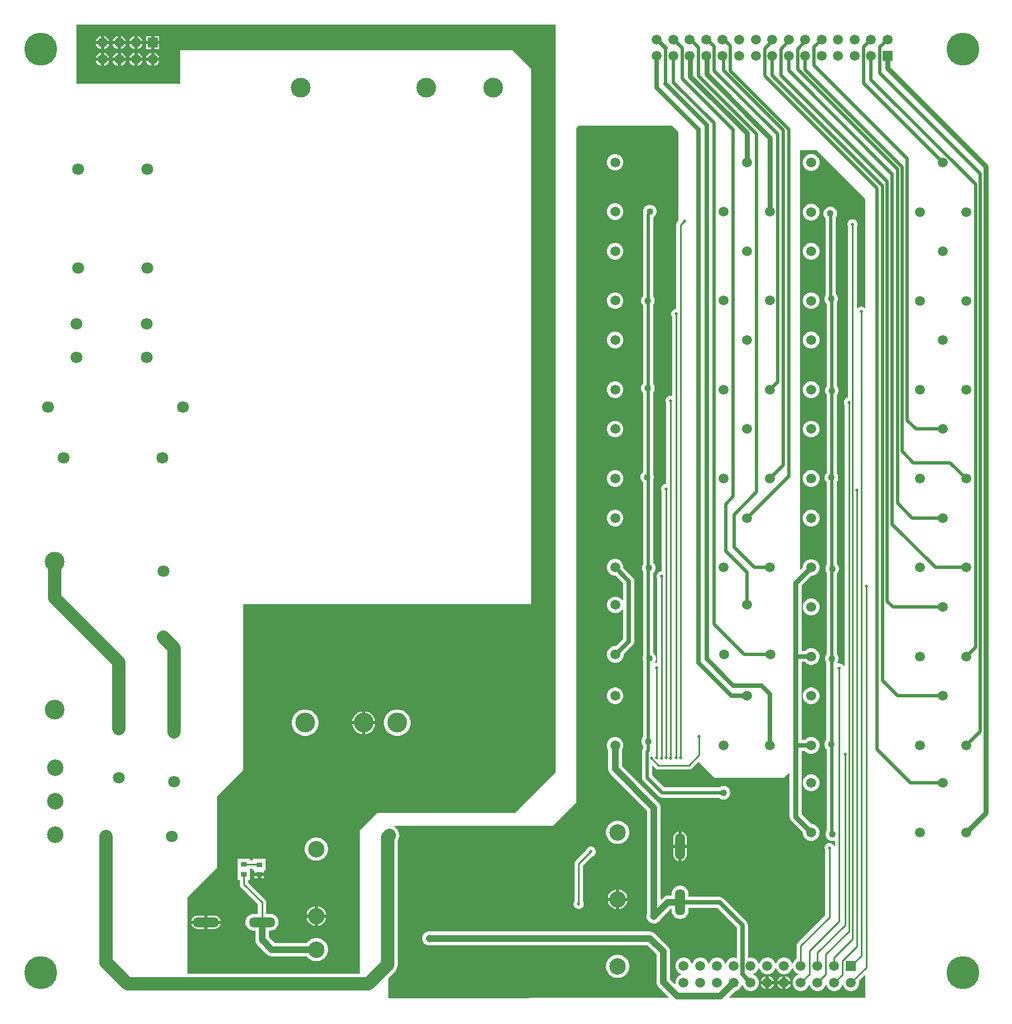
<source format=gtl>
G04*
G04 #@! TF.GenerationSoftware,Altium Limited,Altium Designer,23.10.1 (27)*
G04*
G04 Layer_Physical_Order=1*
G04 Layer_Color=255*
%FSLAX25Y25*%
%MOIN*%
G70*
G04*
G04 #@! TF.SameCoordinates,11ED35D2-EC07-4038-AA85-49FD2C925FBF*
G04*
G04*
G04 #@! TF.FilePolarity,Positive*
G04*
G01*
G75*
%ADD10C,0.01000*%
%ADD14R,0.03347X0.02756*%
%ADD15O,0.15748X0.06000*%
%ADD16O,0.06000X0.15748*%
%ADD28C,0.02000*%
%ADD29C,0.03000*%
%ADD30C,0.02500*%
%ADD31C,0.04000*%
%ADD32C,0.08000*%
%ADD33C,0.19685*%
%ADD34R,0.05906X0.05906*%
%ADD35C,0.05906*%
%ADD36C,0.07087*%
%ADD37C,0.09843*%
%ADD38C,0.11811*%
%ADD39C,0.02000*%
%ADD40C,0.04000*%
%ADD41C,0.04500*%
G36*
X392766Y521533D02*
Y468271D01*
X392398Y467902D01*
X391845Y467075D01*
X391651Y466100D01*
Y415900D01*
X391305D01*
X390542Y415696D01*
X389858Y415301D01*
X389299Y414742D01*
X388904Y414058D01*
X388700Y413295D01*
Y412505D01*
X388904Y411742D01*
X389151Y411315D01*
Y364262D01*
X388754Y363957D01*
X388595Y364000D01*
X387805D01*
X387042Y363796D01*
X386358Y363401D01*
X385799Y362842D01*
X385404Y362158D01*
X385200Y361395D01*
Y360605D01*
X385404Y359842D01*
X385651Y359415D01*
Y311400D01*
X385205D01*
X384442Y311196D01*
X383758Y310801D01*
X383199Y310242D01*
X382804Y309558D01*
X382600Y308795D01*
Y308005D01*
X382804Y307242D01*
X383051Y306815D01*
Y259200D01*
X382505D01*
X381742Y258996D01*
X381058Y258601D01*
X380499Y258042D01*
X380104Y257358D01*
X379900Y256595D01*
Y255805D01*
X380104Y255042D01*
X380351Y254615D01*
Y204643D01*
X380295Y204600D01*
X379505D01*
X379047Y204477D01*
X378847Y204692D01*
X378747Y204915D01*
X379233Y205756D01*
X379505Y206773D01*
Y207827D01*
X379233Y208844D01*
X378706Y209756D01*
X377962Y210501D01*
X377826Y210579D01*
Y258269D01*
X378401Y258844D01*
X378927Y259756D01*
X379200Y260773D01*
Y261827D01*
X378927Y262844D01*
X378401Y263756D01*
X377826Y264331D01*
Y313497D01*
X378033Y313856D01*
X378306Y314873D01*
Y315927D01*
X378033Y316944D01*
X377826Y317302D01*
Y365969D01*
X377901Y366044D01*
X378427Y366956D01*
X378700Y367973D01*
Y369027D01*
X378427Y370044D01*
X377901Y370956D01*
X377826Y371031D01*
Y418163D01*
X377906Y418244D01*
X378433Y419156D01*
X378706Y420173D01*
Y421227D01*
X378433Y422244D01*
X377906Y423156D01*
X377826Y423237D01*
Y470490D01*
X378362Y470799D01*
X379106Y471544D01*
X379633Y472456D01*
X379906Y473473D01*
Y474527D01*
X379633Y475544D01*
X379106Y476456D01*
X378362Y477201D01*
X377449Y477727D01*
X376432Y478000D01*
X375379D01*
X374362Y477727D01*
X373449Y477201D01*
X372705Y476456D01*
X372178Y475544D01*
X371905Y474527D01*
Y473473D01*
X371949Y473310D01*
X371877Y473136D01*
X371774Y472353D01*
Y423425D01*
X371505Y423156D01*
X370978Y422244D01*
X370706Y421227D01*
Y420173D01*
X370978Y419156D01*
X371505Y418244D01*
X371774Y417975D01*
Y371231D01*
X371499Y370956D01*
X370973Y370044D01*
X370700Y369027D01*
Y367973D01*
X370973Y366956D01*
X371499Y366044D01*
X371774Y365769D01*
Y318526D01*
X371105Y317856D01*
X370578Y316944D01*
X370305Y315927D01*
Y314873D01*
X370578Y313856D01*
X371105Y312944D01*
X371774Y312275D01*
Y263366D01*
X371473Y262844D01*
X371200Y261827D01*
Y260773D01*
X371473Y259756D01*
X371774Y259234D01*
Y208829D01*
X371505Y207827D01*
Y206773D01*
X371774Y205771D01*
Y160331D01*
X371599Y160156D01*
X371073Y159244D01*
X370800Y158227D01*
Y157173D01*
X371073Y156156D01*
X371599Y155244D01*
X371774Y155069D01*
Y153248D01*
X371679Y153125D01*
X371377Y152395D01*
X371274Y151612D01*
Y136000D01*
X371377Y135217D01*
X371679Y134487D01*
X372160Y133860D01*
X381060Y124960D01*
X381687Y124479D01*
X382417Y124177D01*
X383200Y124074D01*
X417269D01*
X417444Y123899D01*
X418356Y123373D01*
X419373Y123100D01*
X420427D01*
X421444Y123373D01*
X422356Y123899D01*
X423101Y124644D01*
X423627Y125556D01*
X423900Y126573D01*
Y127627D01*
X423627Y128644D01*
X423101Y129556D01*
X422356Y130301D01*
X421444Y130827D01*
X420427Y131100D01*
X419373D01*
X418356Y130827D01*
X417444Y130301D01*
X417269Y130126D01*
X384453D01*
X377326Y137253D01*
Y142816D01*
X377788Y143007D01*
X379198Y141598D01*
X380025Y141045D01*
X381000Y140851D01*
X399200D01*
X400176Y141045D01*
X401002Y141598D01*
X404902Y145498D01*
X414400Y136000D01*
X456100D01*
X458908Y138808D01*
X459370Y138617D01*
Y112694D01*
X459490Y111780D01*
X459843Y110929D01*
X460404Y110198D01*
X467287Y103315D01*
Y102703D01*
X467624Y101443D01*
X468276Y100314D01*
X469198Y99391D01*
X470328Y98739D01*
X471587Y98402D01*
X472891D01*
X474151Y98739D01*
X475280Y99391D01*
X476203Y100314D01*
X476855Y101443D01*
X477192Y102703D01*
Y104007D01*
X476855Y105266D01*
X476203Y106396D01*
X475280Y107318D01*
X474151Y107970D01*
X472891Y108307D01*
X472279D01*
X466430Y114156D01*
Y152022D01*
X468513D01*
X469198Y151337D01*
X470328Y150685D01*
X471587Y150347D01*
X472891D01*
X474151Y150685D01*
X475280Y151337D01*
X476203Y152259D01*
X476855Y153388D01*
X477192Y154648D01*
Y155952D01*
X476855Y157212D01*
X476203Y158341D01*
X475280Y159263D01*
X474151Y159915D01*
X472891Y160253D01*
X471587D01*
X470328Y159915D01*
X469198Y159263D01*
X468513Y158578D01*
X466430D01*
Y205117D01*
X468513D01*
X469198Y204432D01*
X470328Y203780D01*
X471587Y203443D01*
X472891D01*
X474151Y203780D01*
X475280Y204432D01*
X476203Y205354D01*
X476855Y206484D01*
X477192Y207743D01*
Y209047D01*
X476855Y210307D01*
X476203Y211437D01*
X475280Y212359D01*
X474151Y213011D01*
X472891Y213348D01*
X471587D01*
X470328Y213011D01*
X469198Y212359D01*
X468513Y211673D01*
X466430D01*
Y250689D01*
X472279Y256538D01*
X472891D01*
X474151Y256876D01*
X475280Y257528D01*
X476203Y258450D01*
X476855Y259579D01*
X477192Y260839D01*
Y262143D01*
X476855Y263403D01*
X476203Y264532D01*
X475280Y265454D01*
X474151Y266106D01*
X472891Y266444D01*
X471587D01*
X470328Y266106D01*
X469198Y265454D01*
X468276Y264532D01*
X467624Y263403D01*
X467287Y262143D01*
Y261530D01*
X466062Y260306D01*
X465600Y260497D01*
Y510500D01*
X475500D01*
X504700Y481300D01*
Y416650D01*
X504200Y416443D01*
X504042Y416601D01*
X503358Y416996D01*
X502595Y417200D01*
X501805D01*
X501042Y416996D01*
X500358Y416601D01*
X499949Y416192D01*
X499449Y416399D01*
Y464815D01*
X499696Y465242D01*
X499900Y466005D01*
Y466795D01*
X499696Y467558D01*
X499301Y468242D01*
X498742Y468801D01*
X498058Y469196D01*
X497295Y469400D01*
X496505D01*
X495742Y469196D01*
X495058Y468801D01*
X494499Y468242D01*
X494104Y467558D01*
X493900Y466795D01*
Y466005D01*
X494104Y465242D01*
X494351Y464815D01*
Y363086D01*
X493642Y362896D01*
X492958Y362501D01*
X492399Y361942D01*
X492004Y361258D01*
X491800Y360495D01*
Y359705D01*
X492004Y358942D01*
X492251Y358515D01*
Y202623D01*
X492012Y202536D01*
X491751Y202535D01*
X491401Y203142D01*
X490842Y203701D01*
X490158Y204096D01*
X489395Y204300D01*
X488605D01*
X488002Y204139D01*
X487744Y204587D01*
X487751Y204594D01*
X488277Y205506D01*
X488550Y206523D01*
Y207577D01*
X488277Y208594D01*
X487751Y209506D01*
X487673Y209584D01*
Y258022D01*
X487945Y258294D01*
X488472Y259206D01*
X488744Y260223D01*
Y261277D01*
X488472Y262294D01*
X487945Y263206D01*
X487570Y263581D01*
Y312837D01*
X488072Y313706D01*
X488344Y314723D01*
Y315777D01*
X488072Y316794D01*
X487545Y317706D01*
X487520Y317731D01*
Y364269D01*
X487845Y364594D01*
X488372Y365506D01*
X488645Y366523D01*
Y367577D01*
X488372Y368594D01*
X487845Y369506D01*
X487470Y369881D01*
Y419437D01*
X487972Y420306D01*
X488244Y421323D01*
Y422377D01*
X487972Y423394D01*
X487445Y424306D01*
X486998Y424753D01*
Y470512D01*
X487427Y471256D01*
X487700Y472273D01*
Y473327D01*
X487427Y474344D01*
X486901Y475256D01*
X486156Y476001D01*
X485244Y476527D01*
X484227Y476800D01*
X483173D01*
X482156Y476527D01*
X481244Y476001D01*
X480499Y475256D01*
X479973Y474344D01*
X479700Y473327D01*
Y472273D01*
X479973Y471256D01*
X480499Y470344D01*
X480946Y469897D01*
Y424137D01*
X480517Y423394D01*
X480244Y422377D01*
Y421323D01*
X480517Y420306D01*
X481044Y419394D01*
X481419Y419019D01*
Y369463D01*
X480917Y368594D01*
X480645Y367577D01*
Y366523D01*
X480917Y365506D01*
X481444Y364594D01*
X481469Y364569D01*
Y318031D01*
X481144Y317706D01*
X480617Y316794D01*
X480344Y315777D01*
Y314723D01*
X480617Y313706D01*
X481144Y312794D01*
X481519Y312419D01*
Y263163D01*
X481017Y262294D01*
X480745Y261277D01*
Y260223D01*
X481017Y259206D01*
X481544Y258294D01*
X481621Y258216D01*
Y209778D01*
X481349Y209506D01*
X480823Y208594D01*
X480550Y207577D01*
Y206523D01*
X480823Y205506D01*
X481349Y204594D01*
X481374Y204569D01*
Y158631D01*
X481049Y158306D01*
X480523Y157394D01*
X480250Y156377D01*
Y155323D01*
X480523Y154306D01*
X481049Y153394D01*
X481549Y152894D01*
Y104496D01*
X481173Y103844D01*
X480900Y102827D01*
Y101773D01*
X481173Y100756D01*
X481699Y99844D01*
X482444Y99099D01*
X483356Y98573D01*
X484373Y98300D01*
X485427D01*
X485951Y98440D01*
X486451Y98057D01*
Y95323D01*
X486212Y95236D01*
X485951Y95235D01*
X485601Y95842D01*
X485042Y96401D01*
X484358Y96796D01*
X483595Y97000D01*
X482805D01*
X482042Y96796D01*
X481358Y96401D01*
X480799Y95842D01*
X480404Y95158D01*
X480200Y94395D01*
Y93605D01*
X480404Y92842D01*
X480651Y92415D01*
Y53793D01*
X464261Y37402D01*
X463708Y36575D01*
X463514Y35600D01*
Y27869D01*
X463022Y27585D01*
X462100Y26663D01*
X461448Y25534D01*
X461322Y25064D01*
X460804D01*
X460678Y25534D01*
X460026Y26663D01*
X459104Y27585D01*
X457975Y28237D01*
X456715Y28575D01*
X455411D01*
X454151Y28237D01*
X453022Y27585D01*
X452100Y26663D01*
X451448Y25534D01*
X451322Y25064D01*
X450804D01*
X450678Y25534D01*
X450026Y26663D01*
X449104Y27585D01*
X447975Y28237D01*
X446715Y28575D01*
X445411D01*
X444151Y28237D01*
X443022Y27585D01*
X442100Y26663D01*
X441448Y25534D01*
X441322Y25064D01*
X440804D01*
X440678Y25534D01*
X440026Y26663D01*
X439104Y27585D01*
X437975Y28237D01*
X436715Y28575D01*
X435411D01*
X434875Y28431D01*
X434478Y28736D01*
Y47868D01*
X434366Y48716D01*
X434039Y49507D01*
X433518Y50186D01*
X419818Y63886D01*
X419139Y64407D01*
X418348Y64734D01*
X417924Y64790D01*
X417500Y64846D01*
X398943D01*
Y66442D01*
X398771Y67747D01*
X398268Y68963D01*
X397466Y70008D01*
X396422Y70809D01*
X395205Y71313D01*
X393900Y71485D01*
X392595Y71313D01*
X391378Y70809D01*
X390334Y70008D01*
X389532Y68963D01*
X389029Y67747D01*
X388857Y66442D01*
Y65602D01*
X386668D01*
X385624Y65465D01*
X384650Y65062D01*
X383815Y64421D01*
X383815Y64420D01*
X382797Y63402D01*
X382334Y63594D01*
Y118000D01*
X382197Y119044D01*
X381794Y120017D01*
X381153Y120853D01*
X381153Y120853D01*
X359135Y142871D01*
Y152383D01*
X359715Y153388D01*
X360053Y154648D01*
Y155952D01*
X359715Y157212D01*
X359063Y158341D01*
X358141Y159263D01*
X357012Y159915D01*
X355752Y160253D01*
X354448D01*
X353188Y159915D01*
X352059Y159263D01*
X351137Y158341D01*
X350485Y157212D01*
X350147Y155952D01*
Y154648D01*
X350485Y153388D01*
X351065Y152383D01*
Y141200D01*
X351065Y141200D01*
X351203Y140156D01*
X351606Y139183D01*
X352247Y138347D01*
X374266Y116329D01*
Y54564D01*
X374050Y53759D01*
Y52640D01*
X374340Y51560D01*
X374899Y50590D01*
X375690Y49799D01*
X376660Y49240D01*
X377741Y48950D01*
X378859D01*
X379940Y49240D01*
X380910Y49799D01*
X381701Y50590D01*
X382117Y51311D01*
X388339Y57533D01*
X388857D01*
Y56694D01*
X389029Y55388D01*
X389532Y54172D01*
X390334Y53128D01*
X391378Y52326D01*
X392595Y51822D01*
X393900Y51651D01*
X395205Y51822D01*
X396422Y52326D01*
X397466Y53128D01*
X398268Y54172D01*
X398771Y55388D01*
X398943Y56694D01*
Y58290D01*
X416142D01*
X427922Y46510D01*
Y28662D01*
X427525Y28358D01*
X426715Y28575D01*
X425411D01*
X424151Y28237D01*
X423022Y27585D01*
X422100Y26663D01*
X421448Y25534D01*
X421322Y25064D01*
X420804D01*
X420678Y25534D01*
X420026Y26663D01*
X419104Y27585D01*
X417975Y28237D01*
X416715Y28575D01*
X415411D01*
X414151Y28237D01*
X413022Y27585D01*
X412100Y26663D01*
X411448Y25534D01*
X411322Y25064D01*
X410804D01*
X410678Y25534D01*
X410026Y26663D01*
X409104Y27585D01*
X407975Y28237D01*
X406715Y28575D01*
X405411D01*
X404151Y28237D01*
X403022Y27585D01*
X402100Y26663D01*
X401448Y25534D01*
X401322Y25064D01*
X400804D01*
X400678Y25534D01*
X400026Y26663D01*
X399104Y27585D01*
X397975Y28237D01*
X396715Y28575D01*
X395411D01*
X394151Y28237D01*
X393022Y27585D01*
X392100Y26663D01*
X391448Y25534D01*
X391110Y24274D01*
Y22970D01*
X391448Y21710D01*
X392100Y20581D01*
X393022Y19659D01*
X394151Y19007D01*
X394621Y18881D01*
Y18363D01*
X394151Y18237D01*
X393022Y17585D01*
X392100Y16663D01*
X391448Y15534D01*
X391110Y14274D01*
Y13103D01*
X390663Y12843D01*
X387934Y15571D01*
Y32200D01*
X387934Y32200D01*
X387797Y33244D01*
X387394Y34217D01*
X386753Y35053D01*
X386753Y35053D01*
X378853Y42953D01*
X378017Y43594D01*
X377044Y43997D01*
X376000Y44135D01*
X376000Y44135D01*
X245464D01*
X244659Y44350D01*
X243541D01*
X242460Y44060D01*
X241490Y43501D01*
X240699Y42710D01*
X240140Y41740D01*
X239850Y40659D01*
Y39540D01*
X240140Y38460D01*
X240699Y37490D01*
X241490Y36699D01*
X242460Y36140D01*
X243541Y35850D01*
X244659D01*
X245464Y36066D01*
X374329D01*
X379866Y30529D01*
Y13900D01*
X379866Y13900D01*
X380003Y12856D01*
X380406Y11883D01*
X381047Y11047D01*
X387154Y4940D01*
X386963Y4478D01*
X219854Y4412D01*
X219500Y4766D01*
Y16124D01*
X223363Y19987D01*
X224113Y20901D01*
X224670Y21943D01*
X225013Y23074D01*
X225129Y24250D01*
Y98281D01*
X225670Y99293D01*
X226013Y100424D01*
X226129Y101600D01*
X226013Y102776D01*
X225670Y103907D01*
X225113Y104949D01*
X224363Y105863D01*
X223449Y106613D01*
X223287Y106700D01*
X223412Y107200D01*
X317900D01*
X331800Y121100D01*
Y523800D01*
X333200Y525200D01*
X389100D01*
X392766Y521533D01*
D02*
G37*
G36*
X319400Y139100D02*
X295200Y114900D01*
X212900D01*
X202600Y104600D01*
Y18829D01*
X99500D01*
Y64400D01*
X117300Y82200D01*
Y124900D01*
X132900Y140500D01*
Y239500D01*
X304800D01*
Y559300D01*
X293700Y570400D01*
X95300D01*
Y550300D01*
X33200D01*
Y585625D01*
X319400D01*
X319400Y139100D01*
D02*
G37*
G36*
X441448Y21710D02*
X442100Y20581D01*
X443022Y19659D01*
X444151Y19007D01*
X445411Y18669D01*
X446715D01*
X447975Y19007D01*
X449104Y19659D01*
X450026Y20581D01*
X450678Y21710D01*
X450804Y22180D01*
X451322D01*
X451448Y21710D01*
X452100Y20581D01*
X453022Y19659D01*
X454151Y19007D01*
X455411Y18669D01*
X456715D01*
X457975Y19007D01*
X459104Y19659D01*
X460026Y20581D01*
X460678Y21710D01*
X460804Y22180D01*
X461322D01*
X461448Y21710D01*
X462100Y20581D01*
X463022Y19659D01*
X464151Y19007D01*
X464621Y18881D01*
Y18363D01*
X464151Y18237D01*
X463022Y17585D01*
X462100Y16663D01*
X461448Y15534D01*
X461110Y14274D01*
Y12970D01*
X461448Y11710D01*
X462100Y10581D01*
X463022Y9659D01*
X464151Y9007D01*
X465411Y8669D01*
X466715D01*
X467975Y9007D01*
X469104Y9659D01*
X470026Y10581D01*
X470678Y11710D01*
X470804Y12180D01*
X471322D01*
X471448Y11710D01*
X472100Y10581D01*
X473022Y9659D01*
X474151Y9007D01*
X475411Y8669D01*
X476715D01*
X477975Y9007D01*
X479104Y9659D01*
X480026Y10581D01*
X480678Y11710D01*
X480804Y12180D01*
X481322D01*
X481448Y11710D01*
X482100Y10581D01*
X483022Y9659D01*
X484151Y9007D01*
X485411Y8669D01*
X486715D01*
X487975Y9007D01*
X489104Y9659D01*
X490026Y10581D01*
X490678Y11710D01*
X490804Y12180D01*
X491322D01*
X491448Y11710D01*
X492100Y10581D01*
X493022Y9659D01*
X494151Y9007D01*
X495411Y8669D01*
X496715D01*
X497975Y9007D01*
X499104Y9659D01*
X500026Y10581D01*
X500678Y11710D01*
X501016Y12970D01*
Y14274D01*
X500869Y14823D01*
X504238Y18192D01*
X504700Y18001D01*
Y4525D01*
X423293Y4493D01*
X423101Y4955D01*
X426853Y8706D01*
X427975Y9007D01*
X429104Y9659D01*
X430026Y10581D01*
X430678Y11710D01*
X430804Y12180D01*
X431322D01*
X431448Y11710D01*
X432100Y10581D01*
X433022Y9659D01*
X434151Y9007D01*
X435411Y8669D01*
X436715D01*
X437975Y9007D01*
X439104Y9659D01*
X440026Y10581D01*
X440678Y11710D01*
X441016Y12970D01*
Y14274D01*
X440678Y15534D01*
X440026Y16663D01*
X439104Y17585D01*
X437975Y18237D01*
X437505Y18363D01*
Y18881D01*
X437975Y19007D01*
X439104Y19659D01*
X440026Y20581D01*
X440678Y21710D01*
X440804Y22180D01*
X441322D01*
X441448Y21710D01*
D02*
G37*
%LPC*%
G36*
X355752Y508380D02*
X354448D01*
X353188Y508043D01*
X352059Y507391D01*
X351137Y506469D01*
X350485Y505339D01*
X350147Y504080D01*
Y502775D01*
X350485Y501516D01*
X351137Y500386D01*
X352059Y499464D01*
X353188Y498812D01*
X354448Y498475D01*
X355752D01*
X357012Y498812D01*
X358141Y499464D01*
X359063Y500386D01*
X359715Y501516D01*
X360053Y502775D01*
Y504080D01*
X359715Y505339D01*
X359063Y506469D01*
X358141Y507391D01*
X357012Y508043D01*
X355752Y508380D01*
D02*
G37*
G36*
X472952Y508180D02*
X471648D01*
X470388Y507843D01*
X469259Y507191D01*
X468337Y506269D01*
X467685Y505139D01*
X467347Y503880D01*
Y502575D01*
X467685Y501316D01*
X468337Y500186D01*
X469259Y499264D01*
X470388Y498612D01*
X471648Y498275D01*
X472952D01*
X474212Y498612D01*
X475341Y499264D01*
X476263Y500186D01*
X476915Y501316D01*
X477253Y502575D01*
Y503880D01*
X476915Y505139D01*
X476263Y506269D01*
X475341Y507191D01*
X474212Y507843D01*
X472952Y508180D01*
D02*
G37*
G36*
X355752Y478853D02*
X354448D01*
X353188Y478515D01*
X352059Y477863D01*
X351137Y476941D01*
X350485Y475812D01*
X350147Y474552D01*
Y473248D01*
X350485Y471988D01*
X351137Y470859D01*
X352059Y469937D01*
X353188Y469285D01*
X354448Y468947D01*
X355752D01*
X357012Y469285D01*
X358141Y469937D01*
X359063Y470859D01*
X359715Y471988D01*
X360053Y473248D01*
Y474552D01*
X359715Y475812D01*
X359063Y476941D01*
X358141Y477863D01*
X357012Y478515D01*
X355752Y478853D01*
D02*
G37*
G36*
X472952Y478653D02*
X471648D01*
X470388Y478315D01*
X469259Y477663D01*
X468337Y476741D01*
X467685Y475612D01*
X467347Y474352D01*
Y473048D01*
X467685Y471788D01*
X468337Y470659D01*
X469259Y469737D01*
X470388Y469085D01*
X471648Y468747D01*
X472952D01*
X474212Y469085D01*
X475341Y469737D01*
X476263Y470659D01*
X476915Y471788D01*
X477253Y473048D01*
Y474352D01*
X476915Y475612D01*
X476263Y476741D01*
X475341Y477663D01*
X474212Y478315D01*
X472952Y478653D01*
D02*
G37*
G36*
X355752Y455280D02*
X354448D01*
X353188Y454943D01*
X352059Y454291D01*
X351137Y453369D01*
X350485Y452239D01*
X350147Y450980D01*
Y449676D01*
X350485Y448416D01*
X351137Y447287D01*
X352059Y446364D01*
X353188Y445712D01*
X354448Y445375D01*
X355752D01*
X357012Y445712D01*
X358141Y446364D01*
X359063Y447287D01*
X359715Y448416D01*
X360053Y449676D01*
Y450980D01*
X359715Y452239D01*
X359063Y453369D01*
X358141Y454291D01*
X357012Y454943D01*
X355752Y455280D01*
D02*
G37*
G36*
X472891Y455257D02*
X471587D01*
X470328Y454920D01*
X469198Y454268D01*
X468276Y453346D01*
X467624Y452216D01*
X467287Y450957D01*
Y449652D01*
X467624Y448393D01*
X468276Y447263D01*
X469198Y446341D01*
X470328Y445689D01*
X471587Y445352D01*
X472891D01*
X474151Y445689D01*
X475280Y446341D01*
X476203Y447263D01*
X476855Y448393D01*
X477192Y449652D01*
Y450957D01*
X476855Y452216D01*
X476203Y453346D01*
X475280Y454268D01*
X474151Y454920D01*
X472891Y455257D01*
D02*
G37*
G36*
X355752Y425753D02*
X354448D01*
X353188Y425415D01*
X352059Y424763D01*
X351137Y423841D01*
X350485Y422712D01*
X350147Y421452D01*
Y420148D01*
X350485Y418888D01*
X351137Y417759D01*
X352059Y416837D01*
X353188Y416185D01*
X354448Y415847D01*
X355752D01*
X357012Y416185D01*
X358141Y416837D01*
X359063Y417759D01*
X359715Y418888D01*
X360053Y420148D01*
Y421452D01*
X359715Y422712D01*
X359063Y423841D01*
X358141Y424763D01*
X357012Y425415D01*
X355752Y425753D01*
D02*
G37*
G36*
X472891Y425730D02*
X471587D01*
X470328Y425392D01*
X469198Y424740D01*
X468276Y423818D01*
X467624Y422689D01*
X467287Y421429D01*
Y420125D01*
X467624Y418865D01*
X468276Y417736D01*
X469198Y416814D01*
X470328Y416162D01*
X471587Y415824D01*
X472891D01*
X474151Y416162D01*
X475280Y416814D01*
X476203Y417736D01*
X476855Y418865D01*
X477192Y420125D01*
Y421429D01*
X476855Y422689D01*
X476203Y423818D01*
X475280Y424740D01*
X474151Y425392D01*
X472891Y425730D01*
D02*
G37*
G36*
X355752Y402180D02*
X354448D01*
X353188Y401843D01*
X352059Y401191D01*
X351137Y400269D01*
X350485Y399139D01*
X350147Y397880D01*
Y396575D01*
X350485Y395316D01*
X351137Y394186D01*
X352059Y393264D01*
X353188Y392612D01*
X354448Y392275D01*
X355752D01*
X357012Y392612D01*
X358141Y393264D01*
X359063Y394186D01*
X359715Y395316D01*
X360053Y396575D01*
Y397880D01*
X359715Y399139D01*
X359063Y400269D01*
X358141Y401191D01*
X357012Y401843D01*
X355752Y402180D01*
D02*
G37*
G36*
X472891Y402162D02*
X471587D01*
X470328Y401824D01*
X469198Y401172D01*
X468276Y400250D01*
X467624Y399121D01*
X467287Y397861D01*
Y396557D01*
X467624Y395298D01*
X468276Y394168D01*
X469198Y393246D01*
X470328Y392594D01*
X471587Y392256D01*
X472891D01*
X474151Y392594D01*
X475280Y393246D01*
X476203Y394168D01*
X476855Y395298D01*
X477192Y396557D01*
Y397861D01*
X476855Y399121D01*
X476203Y400250D01*
X475280Y401172D01*
X474151Y401824D01*
X472891Y402162D01*
D02*
G37*
G36*
X355752Y372653D02*
X354448D01*
X353188Y372315D01*
X352059Y371663D01*
X351137Y370741D01*
X350485Y369612D01*
X350147Y368352D01*
Y367048D01*
X350485Y365788D01*
X351137Y364659D01*
X352059Y363737D01*
X353188Y363085D01*
X354448Y362747D01*
X355752D01*
X357012Y363085D01*
X358141Y363737D01*
X359063Y364659D01*
X359715Y365788D01*
X360053Y367048D01*
Y368352D01*
X359715Y369612D01*
X359063Y370741D01*
X358141Y371663D01*
X357012Y372315D01*
X355752Y372653D01*
D02*
G37*
G36*
X472891Y372634D02*
X471587D01*
X470328Y372297D01*
X469198Y371645D01*
X468276Y370723D01*
X467624Y369593D01*
X467287Y368334D01*
Y367030D01*
X467624Y365770D01*
X468276Y364640D01*
X469198Y363718D01*
X470328Y363066D01*
X471587Y362729D01*
X472891D01*
X474151Y363066D01*
X475280Y363718D01*
X476203Y364640D01*
X476855Y365770D01*
X477192Y367030D01*
Y368334D01*
X476855Y369593D01*
X476203Y370723D01*
X475280Y371645D01*
X474151Y372297D01*
X472891Y372634D01*
D02*
G37*
G36*
X355752Y349080D02*
X354448D01*
X353188Y348743D01*
X352059Y348091D01*
X351137Y347169D01*
X350485Y346039D01*
X350147Y344780D01*
Y343476D01*
X350485Y342216D01*
X351137Y341087D01*
X352059Y340164D01*
X353188Y339512D01*
X354448Y339175D01*
X355752D01*
X357012Y339512D01*
X358141Y340164D01*
X359063Y341087D01*
X359715Y342216D01*
X360053Y343476D01*
Y344780D01*
X359715Y346039D01*
X359063Y347169D01*
X358141Y348091D01*
X357012Y348743D01*
X355752Y349080D01*
D02*
G37*
G36*
X472891Y349066D02*
X471587D01*
X470328Y348729D01*
X469198Y348077D01*
X468276Y347155D01*
X467624Y346025D01*
X467287Y344766D01*
Y343462D01*
X467624Y342202D01*
X468276Y341073D01*
X469198Y340151D01*
X470328Y339498D01*
X471587Y339161D01*
X472891D01*
X474151Y339498D01*
X475280Y340151D01*
X476203Y341073D01*
X476855Y342202D01*
X477192Y343462D01*
Y344766D01*
X476855Y346025D01*
X476203Y347155D01*
X475280Y348077D01*
X474151Y348729D01*
X472891Y349066D01*
D02*
G37*
G36*
X355752Y319553D02*
X354448D01*
X353188Y319215D01*
X352059Y318563D01*
X351137Y317641D01*
X350485Y316512D01*
X350147Y315252D01*
Y313948D01*
X350485Y312688D01*
X351137Y311559D01*
X352059Y310637D01*
X353188Y309985D01*
X354448Y309647D01*
X355752D01*
X357012Y309985D01*
X358141Y310637D01*
X359063Y311559D01*
X359715Y312688D01*
X360053Y313948D01*
Y315252D01*
X359715Y316512D01*
X359063Y317641D01*
X358141Y318563D01*
X357012Y319215D01*
X355752Y319553D01*
D02*
G37*
G36*
X472891Y319539D02*
X471587D01*
X470328Y319201D01*
X469198Y318549D01*
X468276Y317627D01*
X467624Y316498D01*
X467287Y315238D01*
Y313934D01*
X467624Y312674D01*
X468276Y311545D01*
X469198Y310623D01*
X470328Y309971D01*
X471587Y309633D01*
X472891D01*
X474151Y309971D01*
X475280Y310623D01*
X476203Y311545D01*
X476855Y312674D01*
X477192Y313934D01*
Y315238D01*
X476855Y316498D01*
X476203Y317627D01*
X475280Y318549D01*
X474151Y319201D01*
X472891Y319539D01*
D02*
G37*
G36*
X355752Y295980D02*
X354448D01*
X353188Y295643D01*
X352059Y294991D01*
X351137Y294069D01*
X350485Y292939D01*
X350147Y291680D01*
Y290375D01*
X350485Y289116D01*
X351137Y287986D01*
X352059Y287064D01*
X353188Y286412D01*
X354448Y286075D01*
X355752D01*
X357012Y286412D01*
X358141Y287064D01*
X359063Y287986D01*
X359715Y289116D01*
X360053Y290375D01*
Y291680D01*
X359715Y292939D01*
X359063Y294069D01*
X358141Y294991D01*
X357012Y295643D01*
X355752Y295980D01*
D02*
G37*
G36*
X472891Y295971D02*
X471587D01*
X470328Y295634D01*
X469198Y294982D01*
X468276Y294059D01*
X467624Y292930D01*
X467287Y291670D01*
Y290366D01*
X467624Y289107D01*
X468276Y287977D01*
X469198Y287055D01*
X470328Y286403D01*
X471587Y286066D01*
X472891D01*
X474151Y286403D01*
X475280Y287055D01*
X476203Y287977D01*
X476855Y289107D01*
X477192Y290366D01*
Y291670D01*
X476855Y292930D01*
X476203Y294059D01*
X475280Y294982D01*
X474151Y295634D01*
X472891Y295971D01*
D02*
G37*
G36*
X355752Y266453D02*
X354448D01*
X353188Y266115D01*
X352059Y265463D01*
X351137Y264541D01*
X350485Y263412D01*
X350147Y262152D01*
Y260848D01*
X350485Y259588D01*
X351137Y258459D01*
X352059Y257537D01*
X353188Y256885D01*
X354448Y256547D01*
X355417D01*
X359988Y251976D01*
Y241807D01*
X359489Y241673D01*
X359203Y242169D01*
X358280Y243091D01*
X357151Y243743D01*
X355891Y244080D01*
X354587D01*
X353328Y243743D01*
X352198Y243091D01*
X351276Y242169D01*
X350624Y241039D01*
X350287Y239780D01*
Y238475D01*
X350624Y237216D01*
X351276Y236087D01*
X352198Y235164D01*
X353328Y234512D01*
X354587Y234175D01*
X355891D01*
X357151Y234512D01*
X358280Y235164D01*
X359203Y236087D01*
X359489Y236582D01*
X359988Y236448D01*
Y218793D01*
X355749Y214553D01*
X354587D01*
X353328Y214215D01*
X352198Y213563D01*
X351276Y212641D01*
X350624Y211512D01*
X350287Y210252D01*
Y208948D01*
X350624Y207688D01*
X351276Y206559D01*
X352198Y205637D01*
X353328Y204985D01*
X354587Y204647D01*
X355891D01*
X357151Y204985D01*
X358280Y205637D01*
X359203Y206559D01*
X359855Y207688D01*
X360192Y208948D01*
Y209724D01*
X365584Y215117D01*
X366105Y215796D01*
X366433Y216586D01*
X366545Y217435D01*
Y253333D01*
X366433Y254182D01*
X366105Y254973D01*
X365584Y255651D01*
X360053Y261183D01*
Y262152D01*
X359715Y263412D01*
X359063Y264541D01*
X358141Y265463D01*
X357012Y266115D01*
X355752Y266453D01*
D02*
G37*
G36*
X472891Y242876D02*
X471587D01*
X470328Y242538D01*
X469198Y241886D01*
X468276Y240964D01*
X467624Y239835D01*
X467287Y238575D01*
Y237271D01*
X467624Y236011D01*
X468276Y234882D01*
X469198Y233960D01*
X470328Y233308D01*
X471587Y232970D01*
X472891D01*
X474151Y233308D01*
X475280Y233960D01*
X476203Y234882D01*
X476855Y236011D01*
X477192Y237271D01*
Y238575D01*
X476855Y239835D01*
X476203Y240964D01*
X475280Y241886D01*
X474151Y242538D01*
X472891Y242876D01*
D02*
G37*
G36*
Y189780D02*
X471587D01*
X470328Y189443D01*
X469198Y188791D01*
X468276Y187869D01*
X467624Y186739D01*
X467287Y185480D01*
Y184176D01*
X467624Y182916D01*
X468276Y181787D01*
X469198Y180864D01*
X470328Y180212D01*
X471587Y179875D01*
X472891D01*
X474151Y180212D01*
X475280Y180864D01*
X476203Y181787D01*
X476855Y182916D01*
X477192Y184176D01*
Y185480D01*
X476855Y186739D01*
X476203Y187869D01*
X475280Y188791D01*
X474151Y189443D01*
X472891Y189780D01*
D02*
G37*
G36*
X355752D02*
X354448D01*
X353188Y189443D01*
X352059Y188791D01*
X351137Y187869D01*
X350485Y186739D01*
X350147Y185480D01*
Y184176D01*
X350485Y182916D01*
X351137Y181787D01*
X352059Y180864D01*
X353188Y180212D01*
X354448Y179875D01*
X355752D01*
X357012Y180212D01*
X358141Y180864D01*
X359063Y181787D01*
X359715Y182916D01*
X360053Y184176D01*
Y185480D01*
X359715Y186739D01*
X359063Y187869D01*
X358141Y188791D01*
X357012Y189443D01*
X355752Y189780D01*
D02*
G37*
G36*
X472891Y137835D02*
X471587D01*
X470328Y137497D01*
X469198Y136845D01*
X468276Y135923D01*
X467624Y134794D01*
X467287Y133534D01*
Y132230D01*
X467624Y130971D01*
X468276Y129841D01*
X469198Y128919D01*
X470328Y128267D01*
X471587Y127929D01*
X472891D01*
X474151Y128267D01*
X475280Y128919D01*
X476203Y129841D01*
X476855Y130971D01*
X477192Y132230D01*
Y133534D01*
X476855Y134794D01*
X476203Y135923D01*
X475280Y136845D01*
X474151Y137497D01*
X472891Y137835D01*
D02*
G37*
G36*
X357282Y110321D02*
X355918D01*
X354581Y110055D01*
X353322Y109534D01*
X352188Y108776D01*
X351224Y107812D01*
X350466Y106678D01*
X349945Y105419D01*
X349679Y104082D01*
Y102718D01*
X349945Y101381D01*
X350466Y100122D01*
X351224Y98988D01*
X352188Y98024D01*
X353322Y97267D01*
X354581Y96745D01*
X355918Y96479D01*
X357282D01*
X358619Y96745D01*
X359878Y97267D01*
X361012Y98024D01*
X361976Y98988D01*
X362734Y100122D01*
X363255Y101381D01*
X363521Y102718D01*
Y104082D01*
X363255Y105419D01*
X362734Y106678D01*
X361976Y107812D01*
X361012Y108776D01*
X359878Y109534D01*
X358619Y110055D01*
X357282Y110321D01*
D02*
G37*
G36*
X394900Y103809D02*
Y96032D01*
X397935D01*
Y99906D01*
X397797Y100951D01*
X397394Y101924D01*
X396753Y102759D01*
X395917Y103400D01*
X394944Y103803D01*
X394900Y103809D01*
D02*
G37*
G36*
X392900Y103809D02*
X392856Y103803D01*
X391883Y103400D01*
X391047Y102759D01*
X390406Y101924D01*
X390003Y100951D01*
X389865Y99906D01*
Y96032D01*
X392900D01*
Y103809D01*
D02*
G37*
G36*
X397935Y94032D02*
X394900D01*
Y86255D01*
X394944Y86261D01*
X395917Y86664D01*
X396753Y87305D01*
X397394Y88141D01*
X397797Y89114D01*
X397935Y90158D01*
Y94032D01*
D02*
G37*
G36*
X392900D02*
X389865D01*
Y90158D01*
X390003Y89114D01*
X390406Y88141D01*
X391047Y87305D01*
X391883Y86664D01*
X392856Y86261D01*
X392900Y86255D01*
Y94032D01*
D02*
G37*
G36*
X357600Y69238D02*
Y64400D01*
X362438D01*
X362294Y65127D01*
X361847Y66205D01*
X361199Y67175D01*
X360375Y67999D01*
X359405Y68647D01*
X358327Y69094D01*
X357600Y69238D01*
D02*
G37*
G36*
X355600D02*
X354873Y69094D01*
X353795Y68647D01*
X352825Y67999D01*
X352001Y67175D01*
X351353Y66205D01*
X350906Y65127D01*
X350762Y64400D01*
X355600D01*
Y69238D01*
D02*
G37*
G36*
X340995Y94800D02*
X340205D01*
X339442Y94596D01*
X338758Y94201D01*
X338199Y93642D01*
X337804Y92958D01*
X337677Y92482D01*
X331498Y86302D01*
X330945Y85475D01*
X330751Y84500D01*
Y62185D01*
X330504Y61758D01*
X330300Y60995D01*
Y60205D01*
X330504Y59442D01*
X330899Y58758D01*
X331458Y58199D01*
X332142Y57804D01*
X332905Y57600D01*
X333695D01*
X334458Y57804D01*
X335142Y58199D01*
X335701Y58758D01*
X336096Y59442D01*
X336300Y60205D01*
Y60995D01*
X336096Y61758D01*
X335849Y62185D01*
Y83444D01*
X341282Y88877D01*
X341758Y89004D01*
X342442Y89399D01*
X343001Y89958D01*
X343396Y90642D01*
X343600Y91405D01*
Y92195D01*
X343396Y92958D01*
X343001Y93642D01*
X342442Y94201D01*
X341758Y94596D01*
X340995Y94800D01*
D02*
G37*
G36*
X362438Y62400D02*
X357600D01*
Y57562D01*
X358327Y57706D01*
X359405Y58153D01*
X360375Y58801D01*
X361199Y59625D01*
X361847Y60595D01*
X362294Y61673D01*
X362438Y62400D01*
D02*
G37*
G36*
X355600D02*
X350762D01*
X350906Y61673D01*
X351353Y60595D01*
X352001Y59625D01*
X352825Y58801D01*
X353795Y58153D01*
X354873Y57706D01*
X355600Y57562D01*
Y62400D01*
D02*
G37*
G36*
X357282Y30321D02*
X355918D01*
X354581Y30055D01*
X353322Y29533D01*
X352188Y28776D01*
X351224Y27812D01*
X350466Y26678D01*
X349945Y25419D01*
X349679Y24082D01*
Y22718D01*
X349945Y21381D01*
X350466Y20121D01*
X351224Y18988D01*
X352188Y18024D01*
X353322Y17266D01*
X354581Y16745D01*
X355918Y16479D01*
X357282D01*
X358619Y16745D01*
X359878Y17266D01*
X361012Y18024D01*
X361976Y18988D01*
X362734Y20121D01*
X363255Y21381D01*
X363521Y22718D01*
Y24082D01*
X363255Y25419D01*
X362734Y26678D01*
X361976Y27812D01*
X361012Y28776D01*
X359878Y29533D01*
X358619Y30055D01*
X357282Y30321D01*
D02*
G37*
G36*
X49740Y578627D02*
Y575803D01*
X52564D01*
X52424Y576329D01*
X51903Y577230D01*
X51167Y577966D01*
X50266Y578486D01*
X49740Y578627D01*
D02*
G37*
G36*
X82693Y578756D02*
X79740D01*
Y575803D01*
X82693D01*
Y578756D01*
D02*
G37*
G36*
X69740Y578627D02*
Y575803D01*
X72564D01*
X72423Y576329D01*
X71903Y577230D01*
X71167Y577966D01*
X70266Y578486D01*
X69740Y578627D01*
D02*
G37*
G36*
X59740D02*
Y575803D01*
X62564D01*
X62423Y576329D01*
X61903Y577230D01*
X61167Y577966D01*
X60266Y578486D01*
X59740Y578627D01*
D02*
G37*
G36*
X47740Y578627D02*
X47214Y578486D01*
X46313Y577966D01*
X45577Y577230D01*
X45057Y576329D01*
X44916Y575803D01*
X47740D01*
Y578627D01*
D02*
G37*
G36*
X67740D02*
X67214Y578486D01*
X66313Y577966D01*
X65577Y577230D01*
X65057Y576329D01*
X64916Y575803D01*
X67740D01*
Y578627D01*
D02*
G37*
G36*
X57740D02*
X57214Y578486D01*
X56313Y577966D01*
X55577Y577230D01*
X55057Y576329D01*
X54916Y575803D01*
X57740D01*
Y578627D01*
D02*
G37*
G36*
X77740Y578756D02*
X74787D01*
Y575803D01*
X77740D01*
Y578756D01*
D02*
G37*
G36*
X72564Y573803D02*
X69740D01*
Y570979D01*
X70266Y571120D01*
X71167Y571640D01*
X71903Y572376D01*
X72423Y573277D01*
X72564Y573803D01*
D02*
G37*
G36*
X62564D02*
X59740D01*
Y570979D01*
X60266Y571120D01*
X61167Y571640D01*
X61903Y572376D01*
X62423Y573277D01*
X62564Y573803D01*
D02*
G37*
G36*
X52564D02*
X49740D01*
Y570979D01*
X50266Y571120D01*
X51167Y571640D01*
X51903Y572376D01*
X52424Y573277D01*
X52564Y573803D01*
D02*
G37*
G36*
X67740D02*
X64916D01*
X65057Y573277D01*
X65577Y572376D01*
X66313Y571640D01*
X67214Y571120D01*
X67740Y570979D01*
Y573803D01*
D02*
G37*
G36*
X57740D02*
X54916D01*
X55057Y573277D01*
X55577Y572376D01*
X56313Y571640D01*
X57214Y571120D01*
X57740Y570979D01*
Y573803D01*
D02*
G37*
G36*
X47740D02*
X44916D01*
X45057Y573277D01*
X45577Y572376D01*
X46313Y571640D01*
X47214Y571120D01*
X47740Y570979D01*
Y573803D01*
D02*
G37*
G36*
X82693D02*
X79740D01*
Y570850D01*
X82693D01*
Y573803D01*
D02*
G37*
G36*
X77740D02*
X74787D01*
Y570850D01*
X77740D01*
Y573803D01*
D02*
G37*
G36*
X49740Y568627D02*
Y565803D01*
X52564D01*
X52424Y566329D01*
X51903Y567230D01*
X51167Y567966D01*
X50266Y568486D01*
X49740Y568627D01*
D02*
G37*
G36*
X79740D02*
Y565803D01*
X82564D01*
X82424Y566329D01*
X81903Y567230D01*
X81167Y567966D01*
X80266Y568486D01*
X79740Y568627D01*
D02*
G37*
G36*
X69740D02*
Y565803D01*
X72564D01*
X72423Y566329D01*
X71903Y567230D01*
X71167Y567966D01*
X70266Y568486D01*
X69740Y568627D01*
D02*
G37*
G36*
X59740D02*
Y565803D01*
X62564D01*
X62423Y566329D01*
X61903Y567230D01*
X61167Y567966D01*
X60266Y568486D01*
X59740Y568627D01*
D02*
G37*
G36*
X47740Y568627D02*
X47214Y568486D01*
X46313Y567966D01*
X45577Y567230D01*
X45057Y566329D01*
X44916Y565803D01*
X47740D01*
Y568627D01*
D02*
G37*
G36*
X77740D02*
X77214Y568486D01*
X76313Y567966D01*
X75577Y567230D01*
X75057Y566329D01*
X74916Y565803D01*
X77740D01*
Y568627D01*
D02*
G37*
G36*
X67740D02*
X67214Y568486D01*
X66313Y567966D01*
X65577Y567230D01*
X65057Y566329D01*
X64916Y565803D01*
X67740D01*
Y568627D01*
D02*
G37*
G36*
X57740D02*
X57214Y568486D01*
X56313Y567966D01*
X55577Y567230D01*
X55057Y566329D01*
X54916Y565803D01*
X57740D01*
Y568627D01*
D02*
G37*
G36*
X82564Y563803D02*
X79740D01*
Y560979D01*
X80266Y561120D01*
X81167Y561640D01*
X81903Y562376D01*
X82424Y563277D01*
X82564Y563803D01*
D02*
G37*
G36*
X72564D02*
X69740D01*
Y560979D01*
X70266Y561120D01*
X71167Y561640D01*
X71903Y562376D01*
X72423Y563277D01*
X72564Y563803D01*
D02*
G37*
G36*
X62564D02*
X59740D01*
Y560979D01*
X60266Y561120D01*
X61167Y561640D01*
X61903Y562376D01*
X62423Y563277D01*
X62564Y563803D01*
D02*
G37*
G36*
X52564D02*
X49740D01*
Y560979D01*
X50266Y561120D01*
X51167Y561640D01*
X51903Y562376D01*
X52424Y563277D01*
X52564Y563803D01*
D02*
G37*
G36*
X77740D02*
X74916D01*
X75057Y563277D01*
X75577Y562376D01*
X76313Y561640D01*
X77214Y561120D01*
X77740Y560979D01*
Y563803D01*
D02*
G37*
G36*
X67740D02*
X64916D01*
X65057Y563277D01*
X65577Y562376D01*
X66313Y561640D01*
X67214Y561120D01*
X67740Y560979D01*
Y563803D01*
D02*
G37*
G36*
X57740D02*
X54916D01*
X55057Y563277D01*
X55577Y562376D01*
X56313Y561640D01*
X57214Y561120D01*
X57740Y560979D01*
Y563803D01*
D02*
G37*
G36*
X47740D02*
X44916D01*
X45057Y563277D01*
X45577Y562376D01*
X46313Y561640D01*
X47214Y561120D01*
X47740Y560979D01*
Y563803D01*
D02*
G37*
G36*
X205865Y175642D02*
Y169800D01*
X211707D01*
X211506Y170814D01*
X210985Y172071D01*
X210229Y173202D01*
X209267Y174164D01*
X208136Y174920D01*
X206880Y175440D01*
X205865Y175642D01*
D02*
G37*
G36*
X203865D02*
X202851Y175440D01*
X201594Y174920D01*
X200463Y174164D01*
X199502Y173202D01*
X198746Y172071D01*
X198225Y170814D01*
X198023Y169800D01*
X203865D01*
Y175642D01*
D02*
G37*
G36*
Y167800D02*
X198023D01*
X198225Y166786D01*
X198746Y165529D01*
X199502Y164398D01*
X200463Y163436D01*
X201594Y162680D01*
X202851Y162160D01*
X203865Y161958D01*
Y167800D01*
D02*
G37*
G36*
X211707D02*
X205865D01*
Y161958D01*
X206880Y162160D01*
X208136Y162680D01*
X209267Y163436D01*
X210229Y164398D01*
X210985Y165529D01*
X211506Y166786D01*
X211707Y167800D01*
D02*
G37*
G36*
X225644Y176706D02*
X224087D01*
X222559Y176402D01*
X221121Y175806D01*
X219826Y174941D01*
X218725Y173839D01*
X217860Y172545D01*
X217264Y171106D01*
X216960Y169579D01*
Y168021D01*
X217264Y166494D01*
X217860Y165055D01*
X218725Y163761D01*
X219826Y162659D01*
X221121Y161794D01*
X222559Y161198D01*
X224087Y160895D01*
X225644D01*
X227171Y161198D01*
X228610Y161794D01*
X229905Y162659D01*
X231006Y163761D01*
X231871Y165055D01*
X232467Y166494D01*
X232771Y168021D01*
Y169579D01*
X232467Y171106D01*
X231871Y172545D01*
X231006Y173839D01*
X229905Y174941D01*
X228610Y175806D01*
X227171Y176402D01*
X225644Y176706D01*
D02*
G37*
G36*
X170605D02*
X169047D01*
X167520Y176402D01*
X166081Y175806D01*
X164787Y174941D01*
X163685Y173839D01*
X162820Y172545D01*
X162224Y171106D01*
X161920Y169579D01*
Y168021D01*
X162224Y166494D01*
X162820Y165055D01*
X163685Y163761D01*
X164787Y162659D01*
X166081Y161794D01*
X167520Y161198D01*
X169047Y160895D01*
X170605D01*
X172132Y161198D01*
X173571Y161794D01*
X174865Y162659D01*
X175967Y163761D01*
X176832Y165055D01*
X177428Y166494D01*
X177732Y168021D01*
Y169579D01*
X177428Y171106D01*
X176832Y172545D01*
X175967Y173839D01*
X174865Y174941D01*
X173571Y175806D01*
X172132Y176402D01*
X170605Y176706D01*
D02*
G37*
G36*
X177282Y100321D02*
X175918D01*
X174581Y100055D01*
X173322Y99533D01*
X172188Y98776D01*
X171224Y97812D01*
X170466Y96678D01*
X169945Y95419D01*
X169679Y94082D01*
Y92718D01*
X169945Y91381D01*
X170466Y90122D01*
X171224Y88988D01*
X172188Y88024D01*
X173322Y87266D01*
X174581Y86745D01*
X175918Y86479D01*
X177282D01*
X178619Y86745D01*
X179878Y87266D01*
X181012Y88024D01*
X181976Y88988D01*
X182734Y90122D01*
X183255Y91381D01*
X183521Y92718D01*
Y94082D01*
X183255Y95419D01*
X182734Y96678D01*
X181976Y97812D01*
X181012Y98776D01*
X179878Y99533D01*
X178619Y100055D01*
X177282Y100321D01*
D02*
G37*
G36*
X136973Y87584D02*
X129627D01*
Y80828D01*
Y74922D01*
X130751D01*
Y72300D01*
X130945Y71324D01*
X131498Y70498D01*
X141583Y60412D01*
Y54743D01*
X139258D01*
X137953Y54571D01*
X136737Y54067D01*
X135692Y53266D01*
X134891Y52222D01*
X134387Y51005D01*
X134215Y49700D01*
X134387Y48395D01*
X134891Y47178D01*
X135692Y46134D01*
X136737Y45333D01*
X137953Y44829D01*
X139258Y44657D01*
X140098D01*
Y39168D01*
X140098Y39168D01*
X140235Y38124D01*
X140638Y37150D01*
X141279Y36315D01*
X147047Y30547D01*
X147047Y30547D01*
X147883Y29906D01*
X148856Y29503D01*
X149900Y29366D01*
X149900Y29366D01*
X170972D01*
X171224Y28988D01*
X172188Y28024D01*
X173322Y27266D01*
X174581Y26745D01*
X175918Y26479D01*
X177282D01*
X178619Y26745D01*
X179878Y27266D01*
X181012Y28024D01*
X181976Y28988D01*
X182734Y30122D01*
X183255Y31381D01*
X183521Y32718D01*
Y34082D01*
X183255Y35419D01*
X182734Y36678D01*
X181976Y37812D01*
X181012Y38776D01*
X179878Y39533D01*
X178619Y40055D01*
X177282Y40321D01*
X175918D01*
X174581Y40055D01*
X173322Y39533D01*
X172188Y38776D01*
X171224Y37812D01*
X170972Y37435D01*
X151571D01*
X148167Y40839D01*
Y44657D01*
X149006D01*
X150312Y44829D01*
X151528Y45333D01*
X152572Y46134D01*
X153374Y47178D01*
X153878Y48395D01*
X154049Y49700D01*
X153878Y51005D01*
X153374Y52222D01*
X152572Y53266D01*
X151528Y54067D01*
X150312Y54571D01*
X149006Y54743D01*
X146681D01*
Y61468D01*
X146487Y62443D01*
X145935Y63270D01*
X135849Y73356D01*
Y74922D01*
X136973D01*
Y81607D01*
X138727D01*
Y80728D01*
X139289D01*
X139727Y80578D01*
X139727Y80228D01*
Y79200D01*
X142400D01*
X145073D01*
Y80578D01*
X145511Y80728D01*
X146073D01*
Y87484D01*
X138727D01*
Y86704D01*
X136973D01*
Y87584D01*
D02*
G37*
G36*
X145073Y77200D02*
X143400D01*
Y75822D01*
X145073D01*
Y77200D01*
D02*
G37*
G36*
X141400D02*
X139727D01*
Y75822D01*
X141400D01*
Y77200D01*
D02*
G37*
G36*
X177600Y59238D02*
Y54400D01*
X182438D01*
X182294Y55127D01*
X181847Y56205D01*
X181199Y57175D01*
X180375Y57999D01*
X179405Y58647D01*
X178327Y59094D01*
X177600Y59238D01*
D02*
G37*
G36*
X175600D02*
X174873Y59094D01*
X173795Y58647D01*
X172825Y57999D01*
X172001Y57175D01*
X171353Y56205D01*
X170906Y55127D01*
X170762Y54400D01*
X175600D01*
Y59238D01*
D02*
G37*
G36*
X115542Y53734D02*
X111668D01*
Y50700D01*
X119445D01*
X119439Y50744D01*
X119036Y51717D01*
X118395Y52553D01*
X117559Y53194D01*
X116586Y53597D01*
X115542Y53734D01*
D02*
G37*
G36*
X109668D02*
X105794D01*
X104750Y53597D01*
X103776Y53194D01*
X102941Y52553D01*
X102300Y51717D01*
X101897Y50744D01*
X101891Y50700D01*
X109668D01*
Y53734D01*
D02*
G37*
G36*
X182438Y52400D02*
X177600D01*
Y47562D01*
X178327Y47706D01*
X179405Y48153D01*
X180375Y48801D01*
X181199Y49625D01*
X181847Y50595D01*
X182294Y51673D01*
X182438Y52400D01*
D02*
G37*
G36*
X175600D02*
X170762D01*
X170906Y51673D01*
X171353Y50595D01*
X172001Y49625D01*
X172825Y48801D01*
X173795Y48153D01*
X174873Y47706D01*
X175600Y47562D01*
Y52400D01*
D02*
G37*
G36*
X119445Y48700D02*
X111668D01*
Y45665D01*
X115542D01*
X116586Y45803D01*
X117559Y46206D01*
X118395Y46847D01*
X119036Y47683D01*
X119439Y48656D01*
X119445Y48700D01*
D02*
G37*
G36*
X109668D02*
X101891D01*
X101897Y48656D01*
X102300Y47683D01*
X102941Y46847D01*
X103776Y46206D01*
X104750Y45803D01*
X105794Y45665D01*
X109668D01*
Y48700D01*
D02*
G37*
G36*
X447063Y17446D02*
Y14622D01*
X449887D01*
X449746Y15148D01*
X449226Y16049D01*
X448490Y16785D01*
X447589Y17305D01*
X447063Y17446D01*
D02*
G37*
G36*
X457063D02*
Y14622D01*
X459887D01*
X459746Y15148D01*
X459226Y16049D01*
X458490Y16785D01*
X457589Y17305D01*
X457063Y17446D01*
D02*
G37*
G36*
X445063D02*
X444537Y17305D01*
X443636Y16785D01*
X442900Y16049D01*
X442380Y15148D01*
X442239Y14622D01*
X445063D01*
Y17446D01*
D02*
G37*
G36*
X455063D02*
X454537Y17305D01*
X453636Y16785D01*
X452900Y16049D01*
X452380Y15148D01*
X452239Y14622D01*
X455063D01*
Y17446D01*
D02*
G37*
G36*
X459887Y12622D02*
X457063D01*
Y9798D01*
X457589Y9939D01*
X458490Y10459D01*
X459226Y11195D01*
X459746Y12096D01*
X459887Y12622D01*
D02*
G37*
G36*
X449887D02*
X447063D01*
Y9798D01*
X447589Y9939D01*
X448490Y10459D01*
X449226Y11195D01*
X449746Y12096D01*
X449887Y12622D01*
D02*
G37*
G36*
X455063D02*
X452239D01*
X452380Y12096D01*
X452900Y11195D01*
X453636Y10459D01*
X454537Y9939D01*
X455063Y9798D01*
Y12622D01*
D02*
G37*
G36*
X445063D02*
X442239D01*
X442380Y12096D01*
X442900Y11195D01*
X443636Y10459D01*
X444537Y9939D01*
X445063Y9798D01*
Y12622D01*
D02*
G37*
%LPD*%
D10*
X391700Y147900D02*
Y412900D01*
X385600Y147900D02*
Y308400D01*
X379900Y147900D02*
Y201600D01*
X394200Y147800D02*
Y466100D01*
X396400Y468300D01*
X502200Y29759D02*
Y414200D01*
X499500Y307600D02*
X499500Y35200D01*
X466063Y23622D02*
Y35600D01*
X483200Y52737D01*
Y94000D01*
X471200Y18759D02*
Y32500D01*
X489000Y50300D01*
X476063Y23622D02*
Y31500D01*
X492600Y48037D02*
Y149800D01*
X476063Y31500D02*
X492600Y48037D01*
X480900Y18459D02*
Y30500D01*
X494800Y44400D01*
X486063Y23622D02*
Y28622D01*
X496900Y466400D02*
X496900Y39459D01*
X486063Y28622D02*
X496900Y39459D01*
X490800Y18359D02*
Y26500D01*
X499500Y35200D01*
X496063Y23622D02*
X502200Y29759D01*
X505200Y22759D02*
Y250500D01*
X496063Y13622D02*
X505200Y22759D01*
X486063Y13622D02*
X490800Y18359D01*
X494800Y360100D02*
X494800Y44400D01*
X476063Y13622D02*
X480900Y18459D01*
X489000Y50300D02*
Y201300D01*
X466063Y13622D02*
X471200Y18759D01*
X399200Y143400D02*
X405300Y149500D01*
Y160500D01*
X376800Y147600D02*
X381000Y143400D01*
X399200D01*
X388200Y361000D02*
X388200Y147700D01*
X382900D02*
Y256200D01*
X333300Y84500D02*
X340600Y91800D01*
X333300Y60600D02*
Y84500D01*
X144132Y49700D02*
Y61468D01*
X133300Y72300D02*
X144132Y61468D01*
X133300Y72300D02*
Y78300D01*
X142350Y84155D02*
X142400Y84105D01*
X133300Y84206D02*
X133350Y84155D01*
X142350D01*
D14*
X133300Y84206D02*
D03*
Y78300D02*
D03*
X142400Y78200D02*
D03*
Y84105D02*
D03*
D15*
X144132Y49700D02*
D03*
X110668D02*
D03*
D16*
X393900Y61568D02*
D03*
Y95032D02*
D03*
D28*
X458766Y558134D02*
X520700Y496200D01*
X458766Y558134D02*
Y566800D01*
X507979Y552586D02*
X570400Y490165D01*
X507979Y552586D02*
Y566799D01*
X507979Y566800D01*
X518844Y575618D02*
X520026Y576800D01*
X513368Y572189D02*
X517821Y576642D01*
X517821D01*
X513368Y556532D02*
Y572189D01*
Y556532D02*
X573200Y496700D01*
X508923Y575698D02*
X510026Y576800D01*
X503526Y550741D02*
X551040Y503228D01*
X503526Y572189D02*
X507978Y576642D01*
X507979D01*
X503526Y550741D02*
Y572189D01*
X473998Y561402D02*
X529700Y505700D01*
X479159Y575933D02*
X480026Y576800D01*
X473998Y561402D02*
Y572189D01*
X478450Y576642D01*
X478451D01*
X468609Y558491D02*
X526500Y500600D01*
X468609Y558491D02*
Y566799D01*
X468610Y566800D01*
X464156Y558844D02*
Y570930D01*
Y558844D02*
X523800Y499200D01*
X464156Y570930D02*
X470026Y576800D01*
X454313Y555387D02*
X517700Y492000D01*
X454313Y571087D02*
X460026Y576800D01*
X454313Y555387D02*
Y571087D01*
X448924Y555376D02*
X514874Y489426D01*
X448924Y566799D02*
X448924Y566800D01*
X448924Y555376D02*
Y566799D01*
X446913Y573687D02*
X450026Y576800D01*
X444471Y571245D02*
X446913Y573687D01*
X444471Y555129D02*
Y571245D01*
Y555129D02*
X445300Y554300D01*
X420026Y576800D02*
X423849Y572977D01*
Y557951D02*
Y572977D01*
X410026Y576800D02*
X414100Y572726D01*
Y558100D02*
Y572726D01*
Y558100D02*
X452072Y520127D01*
X385100Y550200D02*
Y571726D01*
X390026Y550974D02*
Y566800D01*
X405000Y555000D02*
Y571826D01*
X400026Y576800D02*
X405000Y571826D01*
X419900Y566674D02*
X420026Y566800D01*
X419900Y558200D02*
Y566674D01*
X395200Y553400D02*
Y571626D01*
X390026Y576800D02*
X395200Y571626D01*
Y553400D02*
X425700Y522900D01*
X423849Y557951D02*
X458900Y522900D01*
X445300Y554300D02*
X511600Y488000D01*
X570400Y214036D02*
Y490165D01*
X529700Y349200D02*
Y505700D01*
X433840Y291028D02*
X458900Y316087D01*
Y522900D01*
X374800Y157700D02*
Y472353D01*
X383200Y127100D02*
X419900D01*
X374300Y136000D02*
X383200Y127100D01*
X374800Y152112D02*
Y157700D01*
X374300Y151612D02*
X374800Y152112D01*
X374300Y136000D02*
Y151612D01*
X484575Y102625D02*
X484900Y102300D01*
X484250Y155850D02*
X484575Y155525D01*
Y102625D02*
Y155525D01*
X484400Y206900D02*
X484550Y207050D01*
X484400Y156000D02*
Y206900D01*
X484250Y155850D02*
X484400Y156000D01*
X484647Y207147D02*
Y260653D01*
X484745Y260750D01*
X484550Y207050D02*
X484647Y207147D01*
X484545Y260950D02*
Y315050D01*
X484344Y315250D02*
X484545Y315050D01*
Y260950D02*
X484745Y260750D01*
X484494Y366900D02*
X484645Y367050D01*
X484494Y315400D02*
Y366900D01*
X484344Y315250D02*
X484494Y315400D01*
X484445Y367250D02*
Y421650D01*
X484244Y421850D02*
X484445Y421650D01*
Y367250D02*
X484645Y367050D01*
X483972Y422122D02*
Y472528D01*
Y422122D02*
X484244Y421850D01*
X483700Y472800D02*
X483972Y472528D01*
X526500Y330800D02*
Y500600D01*
X523800Y299800D02*
Y499200D01*
X520700Y287200D02*
Y496200D01*
X517700Y241300D02*
Y492000D01*
X514874Y193826D02*
Y489426D01*
X511600Y153000D02*
Y488000D01*
X374800Y472353D02*
X375905Y473459D01*
Y474000D01*
X573200Y163741D02*
Y496700D01*
X390026Y550974D02*
X414200Y526800D01*
X529700Y349200D02*
X534786Y344114D01*
X550980D01*
X526500Y330800D02*
X533300Y324000D01*
X555345D01*
X564759Y314586D01*
X523800Y299800D02*
X532582Y291018D01*
X550980D01*
X520700Y287200D02*
X546409Y261491D01*
X564759D01*
X517700Y241300D02*
X521077Y237923D01*
X550980D01*
X514874Y193826D02*
X523872Y184828D01*
X550980D01*
X511600Y153000D02*
X531718Y132882D01*
X550980D01*
X564759Y208395D02*
X570400Y214036D01*
X564759Y155300D02*
X573200Y163741D01*
X455500Y322480D02*
Y522600D01*
X419900Y558200D02*
X455500Y522600D01*
X452072Y372153D02*
Y520127D01*
X439700Y306500D02*
Y520300D01*
X405000Y555000D02*
X439700Y520300D01*
X425700Y303800D02*
Y522900D01*
X414200Y227600D02*
Y526800D01*
X421100Y271400D02*
Y299200D01*
X425700Y303800D01*
X426200Y293000D02*
X439700Y306500D01*
X426200Y273600D02*
Y293000D01*
X447620Y367700D02*
X452072Y372153D01*
X447620Y314600D02*
X455500Y322480D01*
X426200Y273600D02*
X438300Y261500D01*
X447620D01*
X433980Y239128D02*
Y258521D01*
X421100Y271400D02*
X433980Y258521D01*
X432200Y209600D02*
X447759D01*
X414200Y227600D02*
X432200Y209600D01*
D29*
X517821Y559722D02*
X576500Y501043D01*
X517821Y559722D02*
Y566800D01*
X400026Y554774D02*
Y566800D01*
X409900Y566674D02*
X410026Y566800D01*
X409900Y555800D02*
Y566674D01*
X462900Y252151D02*
X472239Y261491D01*
X462900Y208000D02*
Y252151D01*
Y155500D02*
Y208000D01*
Y112694D02*
Y155500D01*
Y112694D02*
X472239Y103355D01*
X400026Y554774D02*
X433840Y520960D01*
X576500Y115096D02*
Y501043D01*
X564759Y103355D02*
X576500Y115096D01*
X447620Y473900D02*
Y518080D01*
X409900Y555800D02*
X447620Y518080D01*
X433840Y503428D02*
Y520960D01*
D30*
X380026Y576800D02*
X385100Y571726D01*
X380026Y547874D02*
Y566800D01*
X355239Y209600D02*
X355432D01*
X363266Y217435D01*
Y253333D01*
X355100Y261500D02*
X363266Y253333D01*
X417500Y61568D02*
X431200Y47868D01*
Y18485D02*
X436063Y13622D01*
X431200Y18485D02*
Y47868D01*
X462900Y208000D02*
X463295Y208395D01*
X472239D01*
X462900Y155500D02*
X463100Y155300D01*
X472239D01*
X385100Y550200D02*
X409800Y525500D01*
X380026Y547874D02*
X404800Y523100D01*
X409800Y206900D02*
Y525500D01*
X404800Y204700D02*
Y523100D01*
X409800Y206900D02*
X425600Y191100D01*
X442400D01*
X447620Y185880D01*
Y155300D02*
Y185880D01*
X404800Y204700D02*
X424672Y184828D01*
X433840D01*
X393900Y61568D02*
X417500D01*
D31*
X392300Y5500D02*
X417941D01*
X383900Y13900D02*
X392300Y5500D01*
X383900Y13900D02*
Y32200D01*
X244100Y40100D02*
X376000D01*
X383900Y32200D01*
X417941Y5500D02*
X426063Y13622D01*
X355100Y141200D02*
Y155300D01*
Y141200D02*
X378300Y118000D01*
Y53200D02*
Y118000D01*
X386668Y61568D02*
X393900D01*
X378300Y53200D02*
X386668Y61568D01*
X149900Y33400D02*
X176600D01*
X144132Y39168D02*
X149900Y33400D01*
X144132Y39168D02*
Y49700D01*
D32*
X219100Y24250D02*
Y100600D01*
X220100Y101600D01*
X63800Y12800D02*
X207650D01*
X219100Y24250D01*
X51026Y25574D02*
Y101100D01*
Y25574D02*
X63800Y12800D01*
X91526Y163228D02*
Y213374D01*
X85100Y219800D02*
X91526Y213374D01*
X58626Y165428D02*
Y204874D01*
X20200Y243300D02*
Y264789D01*
Y243300D02*
X58626Y204874D01*
D33*
X11811Y570866D02*
D03*
Y19685D02*
D03*
X562992Y570866D02*
D03*
Y19685D02*
D03*
D34*
X517821Y566800D02*
D03*
X496063Y23622D02*
D03*
X78740Y574803D02*
D03*
D35*
X517821Y576642D02*
D03*
X507979Y566800D02*
D03*
Y576642D02*
D03*
X498136Y566800D02*
D03*
Y576642D02*
D03*
X488294Y566800D02*
D03*
Y576642D02*
D03*
X478451Y566800D02*
D03*
Y576642D02*
D03*
X468609Y566800D02*
D03*
Y576642D02*
D03*
X458766Y566800D02*
D03*
Y576642D02*
D03*
X448924Y566800D02*
D03*
Y576642D02*
D03*
X439081Y566800D02*
D03*
Y576642D02*
D03*
X429239Y566800D02*
D03*
Y576642D02*
D03*
X419396Y566800D02*
D03*
Y576642D02*
D03*
X409554Y566800D02*
D03*
Y576642D02*
D03*
X399711Y566800D02*
D03*
Y576642D02*
D03*
X389869Y566800D02*
D03*
Y576642D02*
D03*
X380026Y566800D02*
D03*
Y576642D02*
D03*
X551040Y503228D02*
D03*
X564820Y473700D02*
D03*
X537261D02*
D03*
X472300D02*
D03*
Y503228D02*
D03*
X550980Y450305D02*
D03*
X564759Y420777D02*
D03*
X537200D02*
D03*
X472239D02*
D03*
Y450305D02*
D03*
X550980Y397209D02*
D03*
X564759Y367682D02*
D03*
X537200D02*
D03*
X472239D02*
D03*
Y397209D02*
D03*
X550980Y344114D02*
D03*
X564759Y314586D02*
D03*
X537200D02*
D03*
X472239D02*
D03*
Y344114D02*
D03*
Y291018D02*
D03*
Y261491D02*
D03*
X537200D02*
D03*
X564759D02*
D03*
X550980Y291018D02*
D03*
Y237923D02*
D03*
X564759Y208395D02*
D03*
X537200D02*
D03*
X472239D02*
D03*
Y237923D02*
D03*
X550980Y184828D02*
D03*
X564759Y155300D02*
D03*
X537200D02*
D03*
X472239D02*
D03*
Y184828D02*
D03*
X550980Y132882D02*
D03*
X564759Y103355D02*
D03*
X537200D02*
D03*
X472239D02*
D03*
Y132882D02*
D03*
X355100Y184828D02*
D03*
Y155300D02*
D03*
X420061D02*
D03*
X447620D02*
D03*
X433840Y184828D02*
D03*
X355239Y239128D02*
D03*
Y209600D02*
D03*
X420200D02*
D03*
X447759D02*
D03*
X433980Y239128D02*
D03*
X355100Y291028D02*
D03*
Y261500D02*
D03*
X420061D02*
D03*
X447620D02*
D03*
X433840Y291028D02*
D03*
X355100Y344128D02*
D03*
Y314600D02*
D03*
X420061D02*
D03*
X447620D02*
D03*
X433840Y344128D02*
D03*
X355100Y397228D02*
D03*
Y367700D02*
D03*
X420061D02*
D03*
X447620D02*
D03*
X433840Y397228D02*
D03*
X355100Y503428D02*
D03*
Y473900D02*
D03*
X420061D02*
D03*
X447620D02*
D03*
X433840Y503428D02*
D03*
X355100Y450328D02*
D03*
Y420800D02*
D03*
X420061D02*
D03*
X447620D02*
D03*
X433840Y450328D02*
D03*
X396063Y13622D02*
D03*
Y23622D02*
D03*
X406063Y13622D02*
D03*
Y23622D02*
D03*
X416063Y13622D02*
D03*
Y23622D02*
D03*
X426063Y13622D02*
D03*
Y23622D02*
D03*
X436063Y13622D02*
D03*
Y23622D02*
D03*
X446063Y13622D02*
D03*
Y23622D02*
D03*
X456063Y13622D02*
D03*
Y23622D02*
D03*
X466063Y13622D02*
D03*
Y23622D02*
D03*
X476063Y13622D02*
D03*
Y23622D02*
D03*
X486063Y13622D02*
D03*
Y23622D02*
D03*
X496063Y13622D02*
D03*
X48740Y564803D02*
D03*
Y574803D02*
D03*
X58740Y564803D02*
D03*
Y574803D02*
D03*
X68740Y564803D02*
D03*
Y574803D02*
D03*
X78740Y564803D02*
D03*
X268800Y80700D02*
D03*
D36*
X16226Y357200D02*
D03*
X96935D02*
D03*
X25426Y326900D02*
D03*
X84481D02*
D03*
X51026Y101100D02*
D03*
X90396D02*
D03*
X75400Y499355D02*
D03*
Y440300D02*
D03*
X58626Y135900D02*
D03*
Y165428D02*
D03*
X75252Y387000D02*
D03*
X33126D02*
D03*
Y407000D02*
D03*
X75252D02*
D03*
X91526Y163228D02*
D03*
Y133700D02*
D03*
X85100Y259170D02*
D03*
Y219800D02*
D03*
X34126Y440300D02*
D03*
Y499355D02*
D03*
D37*
X356600Y103400D02*
D03*
Y63400D02*
D03*
Y23400D02*
D03*
X176600Y33400D02*
D03*
Y53400D02*
D03*
Y93400D02*
D03*
X20426Y141800D02*
D03*
Y121800D02*
D03*
Y101800D02*
D03*
D38*
X282385Y548013D02*
D03*
X242385D02*
D03*
X167385D02*
D03*
X169826Y168800D02*
D03*
X204865D02*
D03*
X224865D02*
D03*
X20200Y176600D02*
D03*
Y264789D02*
D03*
D39*
X500716Y458800D02*
D03*
X503216Y13800D02*
D03*
X500716Y8800D02*
D03*
X490716Y478800D02*
D03*
Y468800D02*
D03*
X493216Y463800D02*
D03*
X490716Y458800D02*
D03*
X493216Y413800D02*
D03*
X490716Y408800D02*
D03*
X493216Y403800D02*
D03*
X490716Y358800D02*
D03*
Y348800D02*
D03*
Y338800D02*
D03*
Y328800D02*
D03*
Y308800D02*
D03*
Y298800D02*
D03*
Y248800D02*
D03*
Y8800D02*
D03*
X488216Y463800D02*
D03*
X480716Y8800D02*
D03*
X475716Y508800D02*
D03*
X478216Y463800D02*
D03*
X475716Y458800D02*
D03*
X478216Y413800D02*
D03*
Y403800D02*
D03*
Y363800D02*
D03*
X475716Y358800D02*
D03*
X478216Y353800D02*
D03*
Y313800D02*
D03*
X475716Y308800D02*
D03*
X478216Y303800D02*
D03*
X475716Y298800D02*
D03*
X478216Y253800D02*
D03*
X475716Y248800D02*
D03*
X478216Y243800D02*
D03*
Y203800D02*
D03*
X475716Y198800D02*
D03*
X478216Y193800D02*
D03*
X475716Y138800D02*
D03*
Y118800D02*
D03*
Y88800D02*
D03*
X478216Y83800D02*
D03*
X475716Y78800D02*
D03*
X478216Y73800D02*
D03*
X475716Y68800D02*
D03*
X478216Y63800D02*
D03*
X475716Y58800D02*
D03*
X478216Y53800D02*
D03*
X473216Y493800D02*
D03*
X470716Y488800D02*
D03*
X473216Y483800D02*
D03*
Y463800D02*
D03*
X470716Y458800D02*
D03*
Y358800D02*
D03*
X473216Y353800D02*
D03*
X470716Y308800D02*
D03*
X473216Y303800D02*
D03*
X470716Y298800D02*
D03*
X473216Y253800D02*
D03*
X470716Y248800D02*
D03*
Y228800D02*
D03*
X473216Y223800D02*
D03*
X470716Y218800D02*
D03*
Y198800D02*
D03*
X473216Y193800D02*
D03*
X470716Y178800D02*
D03*
X473216Y173800D02*
D03*
X470716Y168800D02*
D03*
X473216Y163800D02*
D03*
X470716Y148800D02*
D03*
X473216Y143800D02*
D03*
X470716Y138800D02*
D03*
X473216Y123800D02*
D03*
X470716Y118800D02*
D03*
X473216Y113800D02*
D03*
X470716Y88800D02*
D03*
X473216Y83800D02*
D03*
X470716Y78800D02*
D03*
X473216Y73800D02*
D03*
X470716Y68800D02*
D03*
X473216Y63800D02*
D03*
X470716Y58800D02*
D03*
X473216Y53800D02*
D03*
X470716Y48800D02*
D03*
Y8800D02*
D03*
X468216Y493800D02*
D03*
Y483800D02*
D03*
Y243800D02*
D03*
Y223800D02*
D03*
Y213800D02*
D03*
Y193800D02*
D03*
Y173800D02*
D03*
Y163800D02*
D03*
Y143800D02*
D03*
Y123800D02*
D03*
Y113800D02*
D03*
X465716Y98800D02*
D03*
Y88800D02*
D03*
X468216Y83800D02*
D03*
X465716Y78800D02*
D03*
X468216Y73800D02*
D03*
X465716Y68800D02*
D03*
X468216Y63800D02*
D03*
X465716Y58800D02*
D03*
X468216Y53800D02*
D03*
X465716Y48800D02*
D03*
X468216Y43800D02*
D03*
X463216Y103800D02*
D03*
X460716Y98800D02*
D03*
Y88800D02*
D03*
X463216Y83800D02*
D03*
X460716Y78800D02*
D03*
X463216Y73800D02*
D03*
X460716Y68800D02*
D03*
X463216Y63800D02*
D03*
X460716Y58800D02*
D03*
X463216Y53800D02*
D03*
X460716Y48800D02*
D03*
X463216Y43800D02*
D03*
X460716Y38800D02*
D03*
Y28800D02*
D03*
Y18800D02*
D03*
Y8800D02*
D03*
X458216Y133800D02*
D03*
X455716Y128800D02*
D03*
X458216Y123800D02*
D03*
X455716Y118800D02*
D03*
X458216Y113800D02*
D03*
X455716Y108800D02*
D03*
X458216Y103800D02*
D03*
X455716Y98800D02*
D03*
Y88800D02*
D03*
X458216Y83800D02*
D03*
X455716Y78800D02*
D03*
X458216Y73800D02*
D03*
X455716Y68800D02*
D03*
X458216Y63800D02*
D03*
X455716Y58800D02*
D03*
X458216Y53800D02*
D03*
X455716Y48800D02*
D03*
X458216Y43800D02*
D03*
X455716Y38800D02*
D03*
X458216Y33800D02*
D03*
X453216Y133800D02*
D03*
X450716Y128800D02*
D03*
X453216Y123800D02*
D03*
X450716Y118800D02*
D03*
X453216Y113800D02*
D03*
X450716Y108800D02*
D03*
X453216Y103800D02*
D03*
X450716Y98800D02*
D03*
Y88800D02*
D03*
X453216Y83800D02*
D03*
X450716Y78800D02*
D03*
X453216Y73800D02*
D03*
X450716Y68800D02*
D03*
X453216Y63800D02*
D03*
X450716Y58800D02*
D03*
X453216Y53800D02*
D03*
X450716Y48800D02*
D03*
X453216Y43800D02*
D03*
X450716Y38800D02*
D03*
X453216Y33800D02*
D03*
X450716Y18800D02*
D03*
Y8800D02*
D03*
X448216Y133800D02*
D03*
X445716Y128800D02*
D03*
X448216Y123800D02*
D03*
X445716Y118800D02*
D03*
X448216Y113800D02*
D03*
X445716Y108800D02*
D03*
X448216Y103800D02*
D03*
X445716Y98800D02*
D03*
Y88800D02*
D03*
X448216Y83800D02*
D03*
X445716Y78800D02*
D03*
X448216Y73800D02*
D03*
X445716Y68800D02*
D03*
X448216Y63800D02*
D03*
X445716Y58800D02*
D03*
X448216Y53800D02*
D03*
X445716Y48800D02*
D03*
X448216Y43800D02*
D03*
X443216Y133800D02*
D03*
X440716Y128800D02*
D03*
X443216Y123800D02*
D03*
X440716Y118800D02*
D03*
X443216Y113800D02*
D03*
X440716Y108800D02*
D03*
X443216Y103800D02*
D03*
X440716Y98800D02*
D03*
Y88800D02*
D03*
X443216Y83800D02*
D03*
X440716Y78800D02*
D03*
X443216Y73800D02*
D03*
X440716Y68800D02*
D03*
X443216Y63800D02*
D03*
X440716Y58800D02*
D03*
X443216Y53800D02*
D03*
X440716Y48800D02*
D03*
X443216Y43800D02*
D03*
X440716Y18800D02*
D03*
Y8800D02*
D03*
X438216Y133800D02*
D03*
X435716Y128800D02*
D03*
X438216Y123800D02*
D03*
X435716Y118800D02*
D03*
X438216Y113800D02*
D03*
X435716Y108800D02*
D03*
X438216Y103800D02*
D03*
X435716Y98800D02*
D03*
Y88800D02*
D03*
X438216Y83800D02*
D03*
X435716Y78800D02*
D03*
X438216Y73800D02*
D03*
X435716Y68800D02*
D03*
X438216Y63800D02*
D03*
X435716Y58800D02*
D03*
X438216Y53800D02*
D03*
X433216Y133800D02*
D03*
X430716Y128800D02*
D03*
X433216Y123800D02*
D03*
X430716Y118800D02*
D03*
X433216Y113800D02*
D03*
X430716Y108800D02*
D03*
X433216Y103800D02*
D03*
X430716Y98800D02*
D03*
Y88800D02*
D03*
X433216Y83800D02*
D03*
X430716Y78800D02*
D03*
X433216Y73800D02*
D03*
X430716Y68800D02*
D03*
X433216Y63800D02*
D03*
X430716Y58800D02*
D03*
X433216Y53800D02*
D03*
X430716Y8800D02*
D03*
X428216Y133800D02*
D03*
X425716Y128800D02*
D03*
X428216Y123800D02*
D03*
X425716Y118800D02*
D03*
X428216Y113800D02*
D03*
X425716Y108800D02*
D03*
X428216Y103800D02*
D03*
X425716Y88800D02*
D03*
X428216Y83800D02*
D03*
X425716Y78800D02*
D03*
X428216Y73800D02*
D03*
X425716Y68800D02*
D03*
X428216Y63800D02*
D03*
X423216Y133800D02*
D03*
X420716Y88800D02*
D03*
X423216Y83800D02*
D03*
X420716Y78800D02*
D03*
X423216Y73800D02*
D03*
X420716Y68800D02*
D03*
X423216Y63800D02*
D03*
X418216Y133800D02*
D03*
X415716Y118800D02*
D03*
Y108800D02*
D03*
Y98800D02*
D03*
X418216Y93800D02*
D03*
X415716Y88800D02*
D03*
X418216Y83800D02*
D03*
X415716Y78800D02*
D03*
X418216Y73800D02*
D03*
X413216Y133800D02*
D03*
X405716Y138800D02*
D03*
X408216Y133800D02*
D03*
X390716Y518800D02*
D03*
Y508800D02*
D03*
Y488800D02*
D03*
Y478800D02*
D03*
Y468800D02*
D03*
Y118800D02*
D03*
Y108800D02*
D03*
Y78800D02*
D03*
Y48800D02*
D03*
Y38800D02*
D03*
Y28800D02*
D03*
X385716Y518800D02*
D03*
X388216Y513800D02*
D03*
X385716Y508800D02*
D03*
X388216Y483800D02*
D03*
X385716Y468800D02*
D03*
X388216Y463800D02*
D03*
X385716Y458800D02*
D03*
X388216Y433800D02*
D03*
X385716Y408800D02*
D03*
Y118800D02*
D03*
X388216Y113800D02*
D03*
X385716Y108800D02*
D03*
X388216Y103800D02*
D03*
X385716Y98800D02*
D03*
Y88800D02*
D03*
X388216Y83800D02*
D03*
X385716Y78800D02*
D03*
X388216Y73800D02*
D03*
X385716Y68800D02*
D03*
X388216Y53800D02*
D03*
X385716Y48800D02*
D03*
X388216Y43800D02*
D03*
X380716Y518800D02*
D03*
X383216Y513800D02*
D03*
X380716Y508800D02*
D03*
Y498800D02*
D03*
Y468800D02*
D03*
X383216Y463800D02*
D03*
X380716Y458800D02*
D03*
X383216Y413800D02*
D03*
X380716Y408800D02*
D03*
X383216Y403800D02*
D03*
Y363800D02*
D03*
X380716Y358800D02*
D03*
X383216Y353800D02*
D03*
X380716Y328800D02*
D03*
Y308800D02*
D03*
Y298800D02*
D03*
X375716Y518800D02*
D03*
X378216Y513800D02*
D03*
X375716Y508800D02*
D03*
Y498800D02*
D03*
Y128800D02*
D03*
Y28800D02*
D03*
X370716Y518800D02*
D03*
X373216Y513800D02*
D03*
X370716Y508800D02*
D03*
Y498800D02*
D03*
Y478800D02*
D03*
Y468800D02*
D03*
Y458800D02*
D03*
Y408800D02*
D03*
Y358800D02*
D03*
Y338800D02*
D03*
Y308800D02*
D03*
Y298800D02*
D03*
Y258800D02*
D03*
Y208800D02*
D03*
Y198800D02*
D03*
Y178800D02*
D03*
X373216Y113800D02*
D03*
X370716Y108800D02*
D03*
X373216Y103800D02*
D03*
X370716Y98800D02*
D03*
X373216Y93800D02*
D03*
X370716Y88800D02*
D03*
X373216Y83800D02*
D03*
X370716Y78800D02*
D03*
X373216Y73800D02*
D03*
X370716Y68800D02*
D03*
X373216Y63800D02*
D03*
X370716Y58800D02*
D03*
Y48800D02*
D03*
X373216Y33800D02*
D03*
X370716Y28800D02*
D03*
X365716Y518800D02*
D03*
X368216Y513800D02*
D03*
X365716Y508800D02*
D03*
Y498800D02*
D03*
X368216Y473800D02*
D03*
X365716Y468800D02*
D03*
X368216Y463800D02*
D03*
X365716Y458800D02*
D03*
X368216Y443800D02*
D03*
Y423800D02*
D03*
X365716Y418800D02*
D03*
X368216Y413800D02*
D03*
X365716Y408800D02*
D03*
X368216Y403800D02*
D03*
X365716Y368800D02*
D03*
X368216Y363800D02*
D03*
X365716Y358800D02*
D03*
X368216Y353800D02*
D03*
X365716Y338800D02*
D03*
Y318800D02*
D03*
X368216Y313800D02*
D03*
X365716Y308800D02*
D03*
X368216Y303800D02*
D03*
X365716Y298800D02*
D03*
X368216Y283800D02*
D03*
Y263800D02*
D03*
X365716Y258800D02*
D03*
X368216Y233800D02*
D03*
Y213800D02*
D03*
X365716Y208800D02*
D03*
X368216Y203800D02*
D03*
X365716Y198800D02*
D03*
Y178800D02*
D03*
Y158800D02*
D03*
X368216Y153800D02*
D03*
X365716Y148800D02*
D03*
X368216Y143800D02*
D03*
X365716Y138800D02*
D03*
Y118800D02*
D03*
X368216Y113800D02*
D03*
X365716Y108800D02*
D03*
X368216Y103800D02*
D03*
X365716Y98800D02*
D03*
X368216Y93800D02*
D03*
X365716Y88800D02*
D03*
X368216Y83800D02*
D03*
X365716Y78800D02*
D03*
X368216Y73800D02*
D03*
X365716Y68800D02*
D03*
X368216Y63800D02*
D03*
X365716Y58800D02*
D03*
X368216Y53800D02*
D03*
X365716Y48800D02*
D03*
X368216Y33800D02*
D03*
X365716Y28800D02*
D03*
X360716Y518800D02*
D03*
X363216Y513800D02*
D03*
X360716Y508800D02*
D03*
X363216Y473800D02*
D03*
X360716Y468800D02*
D03*
X363216Y463800D02*
D03*
X360716Y458800D02*
D03*
X363216Y413800D02*
D03*
X360716Y408800D02*
D03*
X363216Y403800D02*
D03*
Y363800D02*
D03*
X360716Y358800D02*
D03*
X363216Y353800D02*
D03*
X360716Y338800D02*
D03*
X363216Y313800D02*
D03*
X360716Y308800D02*
D03*
X363216Y303800D02*
D03*
X360716Y298800D02*
D03*
X363216Y283800D02*
D03*
Y203800D02*
D03*
X360716Y198800D02*
D03*
X363216Y153800D02*
D03*
X360716Y148800D02*
D03*
X363216Y143800D02*
D03*
Y123800D02*
D03*
X360716Y118800D02*
D03*
X363216Y113800D02*
D03*
Y93800D02*
D03*
X360716Y88800D02*
D03*
X363216Y83800D02*
D03*
X360716Y78800D02*
D03*
X363216Y73800D02*
D03*
Y53800D02*
D03*
X360716Y48800D02*
D03*
X363216Y33800D02*
D03*
X355716Y518800D02*
D03*
X358216Y513800D02*
D03*
X355716Y488800D02*
D03*
X358216Y483800D02*
D03*
Y463800D02*
D03*
X355716Y458800D02*
D03*
Y438800D02*
D03*
X358216Y433800D02*
D03*
X355716Y428800D02*
D03*
X358216Y413800D02*
D03*
X355716Y408800D02*
D03*
X358216Y403800D02*
D03*
X355716Y378800D02*
D03*
Y358800D02*
D03*
X358216Y353800D02*
D03*
Y323800D02*
D03*
Y303800D02*
D03*
X355716Y298800D02*
D03*
X358216Y273800D02*
D03*
X355716Y268800D02*
D03*
Y248800D02*
D03*
Y218800D02*
D03*
X358216Y203800D02*
D03*
X355716Y198800D02*
D03*
Y128800D02*
D03*
X358216Y123800D02*
D03*
X355716Y118800D02*
D03*
X358216Y113800D02*
D03*
Y93800D02*
D03*
X355716Y88800D02*
D03*
X358216Y83800D02*
D03*
X355716Y78800D02*
D03*
X358216Y73800D02*
D03*
Y53800D02*
D03*
X355716Y48800D02*
D03*
X358216Y33800D02*
D03*
X350716Y518800D02*
D03*
X353216Y513800D02*
D03*
X350716Y508800D02*
D03*
Y498800D02*
D03*
X353216Y493800D02*
D03*
X350716Y488800D02*
D03*
X353216Y483800D02*
D03*
X350716Y478800D02*
D03*
X353216Y463800D02*
D03*
X350716Y458800D02*
D03*
X353216Y443800D02*
D03*
X350716Y438800D02*
D03*
X353216Y433800D02*
D03*
X350716Y428800D02*
D03*
X353216Y413800D02*
D03*
X350716Y408800D02*
D03*
X353216Y403800D02*
D03*
X350716Y378800D02*
D03*
X353216Y373800D02*
D03*
X350716Y358800D02*
D03*
X353216Y353800D02*
D03*
X350716Y348800D02*
D03*
Y328800D02*
D03*
X353216Y323800D02*
D03*
X350716Y308800D02*
D03*
X353216Y303800D02*
D03*
X350716Y298800D02*
D03*
Y278800D02*
D03*
X353216Y273800D02*
D03*
X350716Y268800D02*
D03*
X353216Y253800D02*
D03*
X350716Y248800D02*
D03*
Y228800D02*
D03*
X353216Y223800D02*
D03*
X350716Y218800D02*
D03*
X353216Y203800D02*
D03*
X350716Y198800D02*
D03*
X353216Y133800D02*
D03*
X350716Y128800D02*
D03*
X353216Y123800D02*
D03*
X350716Y118800D02*
D03*
X353216Y113800D02*
D03*
X350716Y108800D02*
D03*
X353216Y93800D02*
D03*
X350716Y88800D02*
D03*
X353216Y83800D02*
D03*
X350716Y78800D02*
D03*
X353216Y73800D02*
D03*
X350716Y68800D02*
D03*
X353216Y53800D02*
D03*
X350716Y48800D02*
D03*
X353216Y33800D02*
D03*
X350716Y28800D02*
D03*
X345716Y518800D02*
D03*
X348216Y513800D02*
D03*
X345716Y508800D02*
D03*
X348216Y503800D02*
D03*
X345716Y498800D02*
D03*
X348216Y493800D02*
D03*
X345716Y488800D02*
D03*
X348216Y483800D02*
D03*
X345716Y478800D02*
D03*
X348216Y473800D02*
D03*
Y453800D02*
D03*
X345716Y448800D02*
D03*
X348216Y443800D02*
D03*
X345716Y438800D02*
D03*
X348216Y433800D02*
D03*
X345716Y428800D02*
D03*
X348216Y413800D02*
D03*
X345716Y408800D02*
D03*
X348216Y403800D02*
D03*
X345716Y398800D02*
D03*
X348216Y393800D02*
D03*
X345716Y388800D02*
D03*
X348216Y383800D02*
D03*
X345716Y378800D02*
D03*
X348216Y373800D02*
D03*
X345716Y358800D02*
D03*
X348216Y353800D02*
D03*
X345716Y348800D02*
D03*
X348216Y343800D02*
D03*
X345716Y338800D02*
D03*
X348216Y333800D02*
D03*
X345716Y328800D02*
D03*
X348216Y323800D02*
D03*
X345716Y308800D02*
D03*
X348216Y303800D02*
D03*
X345716Y298800D02*
D03*
X348216Y293800D02*
D03*
X345716Y288800D02*
D03*
X348216Y283800D02*
D03*
X345716Y278800D02*
D03*
X348216Y273800D02*
D03*
X345716Y268800D02*
D03*
X348216Y253800D02*
D03*
X345716Y248800D02*
D03*
X348216Y243800D02*
D03*
X345716Y238800D02*
D03*
X348216Y233800D02*
D03*
X345716Y228800D02*
D03*
X348216Y223800D02*
D03*
X345716Y218800D02*
D03*
X348216Y203800D02*
D03*
X345716Y198800D02*
D03*
X348216Y153800D02*
D03*
X345716Y148800D02*
D03*
X348216Y143800D02*
D03*
X345716Y138800D02*
D03*
X348216Y133800D02*
D03*
X345716Y128800D02*
D03*
X348216Y123800D02*
D03*
X345716Y118800D02*
D03*
X348216Y113800D02*
D03*
X345716Y108800D02*
D03*
Y98800D02*
D03*
X348216Y93800D02*
D03*
X345716Y88800D02*
D03*
X348216Y83800D02*
D03*
X345716Y78800D02*
D03*
X348216Y73800D02*
D03*
X345716Y68800D02*
D03*
X348216Y63800D02*
D03*
X345716Y58800D02*
D03*
X348216Y53800D02*
D03*
Y33800D02*
D03*
X345716Y28800D02*
D03*
Y18800D02*
D03*
X340716Y518800D02*
D03*
X343216Y513800D02*
D03*
X340716Y508800D02*
D03*
X343216Y503800D02*
D03*
X340716Y498800D02*
D03*
X343216Y493800D02*
D03*
X340716Y488800D02*
D03*
X343216Y483800D02*
D03*
X340716Y478800D02*
D03*
X343216Y473800D02*
D03*
X340716Y468800D02*
D03*
X343216Y453800D02*
D03*
Y443800D02*
D03*
Y433800D02*
D03*
Y413800D02*
D03*
Y403800D02*
D03*
Y393800D02*
D03*
Y383800D02*
D03*
Y373800D02*
D03*
Y353800D02*
D03*
Y343800D02*
D03*
Y333800D02*
D03*
Y323800D02*
D03*
Y303800D02*
D03*
Y293800D02*
D03*
Y283800D02*
D03*
Y273800D02*
D03*
Y253800D02*
D03*
X340716Y248800D02*
D03*
X343216Y243800D02*
D03*
X340716Y238800D02*
D03*
X343216Y233800D02*
D03*
X340716Y228800D02*
D03*
X343216Y223800D02*
D03*
X340716Y218800D02*
D03*
X343216Y203800D02*
D03*
X340716Y158800D02*
D03*
X343216Y153800D02*
D03*
X340716Y148800D02*
D03*
X343216Y143800D02*
D03*
X340716Y138800D02*
D03*
X343216Y133800D02*
D03*
X340716Y128800D02*
D03*
X343216Y123800D02*
D03*
X340716Y118800D02*
D03*
X343216Y113800D02*
D03*
X340716Y108800D02*
D03*
X343216Y83800D02*
D03*
X340716Y78800D02*
D03*
X343216Y33800D02*
D03*
X340716Y18800D02*
D03*
X335716Y518800D02*
D03*
X338216Y513800D02*
D03*
X335716Y508800D02*
D03*
X338216Y503800D02*
D03*
X335716Y498800D02*
D03*
X338216Y493800D02*
D03*
X335716Y488800D02*
D03*
X338216Y483800D02*
D03*
X335716Y478800D02*
D03*
X338216Y473800D02*
D03*
X335716Y468800D02*
D03*
X338216Y463800D02*
D03*
X335716Y258800D02*
D03*
X338216Y253800D02*
D03*
X335716Y248800D02*
D03*
X338216Y243800D02*
D03*
X335716Y238800D02*
D03*
X338216Y233800D02*
D03*
X335716Y228800D02*
D03*
X338216Y223800D02*
D03*
X335716Y218800D02*
D03*
X338216Y213800D02*
D03*
Y163800D02*
D03*
X335716Y158800D02*
D03*
X338216Y153800D02*
D03*
X335716Y148800D02*
D03*
X338216Y143800D02*
D03*
X335716Y138800D02*
D03*
X338216Y133800D02*
D03*
X335716Y128800D02*
D03*
X338216Y123800D02*
D03*
X335716Y118800D02*
D03*
X338216Y113800D02*
D03*
X335716Y108800D02*
D03*
Y98800D02*
D03*
X338216Y83800D02*
D03*
Y33800D02*
D03*
X335716Y18800D02*
D03*
X333216Y513800D02*
D03*
Y503800D02*
D03*
Y493800D02*
D03*
Y483800D02*
D03*
Y473800D02*
D03*
Y463800D02*
D03*
Y453800D02*
D03*
Y443800D02*
D03*
Y433800D02*
D03*
Y423800D02*
D03*
Y413800D02*
D03*
Y403800D02*
D03*
Y393800D02*
D03*
Y383800D02*
D03*
Y373800D02*
D03*
Y363800D02*
D03*
Y353800D02*
D03*
Y343800D02*
D03*
Y333800D02*
D03*
Y323800D02*
D03*
Y313800D02*
D03*
Y303800D02*
D03*
Y293800D02*
D03*
Y283800D02*
D03*
Y273800D02*
D03*
Y263800D02*
D03*
Y253800D02*
D03*
Y243800D02*
D03*
Y233800D02*
D03*
Y223800D02*
D03*
Y213800D02*
D03*
Y203800D02*
D03*
Y193800D02*
D03*
Y183800D02*
D03*
Y173800D02*
D03*
Y163800D02*
D03*
Y153800D02*
D03*
Y143800D02*
D03*
Y133800D02*
D03*
Y123800D02*
D03*
Y113800D02*
D03*
X330716Y108800D02*
D03*
X333216Y103800D02*
D03*
X330716Y98800D02*
D03*
X333216Y93800D02*
D03*
X330716Y88800D02*
D03*
Y28800D02*
D03*
X333216Y23800D02*
D03*
X330716Y18800D02*
D03*
X328216Y113800D02*
D03*
X325716Y108800D02*
D03*
X328216Y103800D02*
D03*
X325716Y98800D02*
D03*
X328216Y93800D02*
D03*
X325716Y88800D02*
D03*
X328216Y83800D02*
D03*
X325716Y68800D02*
D03*
X328216Y63800D02*
D03*
X325716Y58800D02*
D03*
X328216Y53800D02*
D03*
X325716Y48800D02*
D03*
X328216Y33800D02*
D03*
X325716Y28800D02*
D03*
X328216Y23800D02*
D03*
X325716Y18800D02*
D03*
X323216Y103800D02*
D03*
X320716Y98800D02*
D03*
X323216Y93800D02*
D03*
X320716Y88800D02*
D03*
X323216Y83800D02*
D03*
X320716Y68800D02*
D03*
X323216Y63800D02*
D03*
Y33800D02*
D03*
X318216Y103800D02*
D03*
X315716Y98800D02*
D03*
X318216Y93800D02*
D03*
X315716Y88800D02*
D03*
X318216Y83800D02*
D03*
X315716Y68800D02*
D03*
X318216Y63800D02*
D03*
X313216Y103800D02*
D03*
X310716Y98800D02*
D03*
X313216Y93800D02*
D03*
X310716Y88800D02*
D03*
X313216Y83800D02*
D03*
X310716Y68800D02*
D03*
X313216Y63800D02*
D03*
X308216Y103800D02*
D03*
X305716Y98800D02*
D03*
X308216Y93800D02*
D03*
X305716Y88800D02*
D03*
X308216Y83800D02*
D03*
X305716Y68800D02*
D03*
X308216Y63800D02*
D03*
X305716Y18800D02*
D03*
X303216Y103800D02*
D03*
X300716Y98800D02*
D03*
X303216Y93800D02*
D03*
X300716Y88800D02*
D03*
X303216Y83800D02*
D03*
X300716Y68800D02*
D03*
X303216Y63800D02*
D03*
X300716Y58800D02*
D03*
X303216Y33800D02*
D03*
X300716Y28800D02*
D03*
X303216Y23800D02*
D03*
X300716Y18800D02*
D03*
X298216Y103800D02*
D03*
X295716Y98800D02*
D03*
X298216Y93800D02*
D03*
X295716Y88800D02*
D03*
Y68800D02*
D03*
X298216Y63800D02*
D03*
X295716Y58800D02*
D03*
X298216Y33800D02*
D03*
X295716Y28800D02*
D03*
X298216Y23800D02*
D03*
X295716Y18800D02*
D03*
X293216Y103800D02*
D03*
X290716Y98800D02*
D03*
X293216Y93800D02*
D03*
Y73800D02*
D03*
X290716Y68800D02*
D03*
X293216Y63800D02*
D03*
X290716Y58800D02*
D03*
X293216Y53800D02*
D03*
Y33800D02*
D03*
X290716Y28800D02*
D03*
X293216Y23800D02*
D03*
X290716Y18800D02*
D03*
X288216Y103800D02*
D03*
X285716Y98800D02*
D03*
X288216Y93800D02*
D03*
Y73800D02*
D03*
X285716Y68800D02*
D03*
X288216Y63800D02*
D03*
X285716Y58800D02*
D03*
Y28800D02*
D03*
X288216Y23800D02*
D03*
X285716Y18800D02*
D03*
X283216Y103800D02*
D03*
X280716Y98800D02*
D03*
X283216Y93800D02*
D03*
X280716Y28800D02*
D03*
X283216Y23800D02*
D03*
X280716Y18800D02*
D03*
X278216Y93800D02*
D03*
X275716Y48800D02*
D03*
X278216Y33800D02*
D03*
X275716Y28800D02*
D03*
X278216Y23800D02*
D03*
X275716Y18800D02*
D03*
X273216Y93800D02*
D03*
X270716Y58800D02*
D03*
X273216Y53800D02*
D03*
X270716Y48800D02*
D03*
X273216Y33800D02*
D03*
X270716Y28800D02*
D03*
X273216Y23800D02*
D03*
X270716Y18800D02*
D03*
X268216Y103800D02*
D03*
Y93800D02*
D03*
X265716Y58800D02*
D03*
X268216Y53800D02*
D03*
X265716Y48800D02*
D03*
X268216Y33800D02*
D03*
X265716Y28800D02*
D03*
X268216Y23800D02*
D03*
X265716Y18800D02*
D03*
X263216Y93800D02*
D03*
X260716Y58800D02*
D03*
X263216Y53800D02*
D03*
X260716Y48800D02*
D03*
X263216Y33800D02*
D03*
X260716Y28800D02*
D03*
X263216Y23800D02*
D03*
X260716Y18800D02*
D03*
X258216Y93800D02*
D03*
X255716Y58800D02*
D03*
X258216Y53800D02*
D03*
Y33800D02*
D03*
X255716Y28800D02*
D03*
X258216Y23800D02*
D03*
X255716Y18800D02*
D03*
X253216Y93800D02*
D03*
X250716Y78800D02*
D03*
Y68800D02*
D03*
X253216Y63800D02*
D03*
X250716Y58800D02*
D03*
X253216Y53800D02*
D03*
X250716Y28800D02*
D03*
X253216Y23800D02*
D03*
X248216Y93800D02*
D03*
Y73800D02*
D03*
X245716Y68800D02*
D03*
X248216Y63800D02*
D03*
X245716Y58800D02*
D03*
X248216Y53800D02*
D03*
X245716Y28800D02*
D03*
X248216Y23800D02*
D03*
X243216Y93800D02*
D03*
X240716Y78800D02*
D03*
X243216Y73800D02*
D03*
X240716Y68800D02*
D03*
X243216Y63800D02*
D03*
X240716Y58800D02*
D03*
X243216Y53800D02*
D03*
X240716Y48800D02*
D03*
X243216Y33800D02*
D03*
Y23800D02*
D03*
X238216Y93800D02*
D03*
Y73800D02*
D03*
Y63800D02*
D03*
Y53800D02*
D03*
Y33800D02*
D03*
X233216Y93800D02*
D03*
X230716Y88800D02*
D03*
Y78800D02*
D03*
Y68800D02*
D03*
Y58800D02*
D03*
Y48800D02*
D03*
X233216Y33800D02*
D03*
X228216Y93800D02*
D03*
Y83800D02*
D03*
Y73800D02*
D03*
Y63800D02*
D03*
Y53800D02*
D03*
Y33800D02*
D03*
X318216Y578800D02*
D03*
X315716Y573800D02*
D03*
X318216Y568800D02*
D03*
X315716Y563800D02*
D03*
X318216Y558800D02*
D03*
X315716Y553800D02*
D03*
X318216Y548800D02*
D03*
X315716Y543800D02*
D03*
X318216Y538800D02*
D03*
X315716Y533800D02*
D03*
X318216Y528800D02*
D03*
X315716Y523800D02*
D03*
X318216Y518800D02*
D03*
X315716Y513800D02*
D03*
X318216Y508800D02*
D03*
X315716Y503800D02*
D03*
X318216Y498800D02*
D03*
X315716Y493800D02*
D03*
X318216Y488800D02*
D03*
X315716Y483800D02*
D03*
X318216Y478800D02*
D03*
X315716Y473800D02*
D03*
X318216Y468800D02*
D03*
X315716Y463800D02*
D03*
X318216Y458800D02*
D03*
X315716Y453800D02*
D03*
X318216Y448800D02*
D03*
X315716Y443800D02*
D03*
X318216Y438800D02*
D03*
X315716Y433800D02*
D03*
X318216Y428800D02*
D03*
X315716Y423800D02*
D03*
X318216Y418800D02*
D03*
X315716Y413800D02*
D03*
X318216Y408800D02*
D03*
X315716Y403800D02*
D03*
X318216Y398800D02*
D03*
X315716Y393800D02*
D03*
X318216Y388800D02*
D03*
X315716Y383800D02*
D03*
X318216Y378800D02*
D03*
X315716Y373800D02*
D03*
X318216Y368800D02*
D03*
X315716Y363800D02*
D03*
X318216Y358800D02*
D03*
X315716Y353800D02*
D03*
X318216Y348800D02*
D03*
X315716Y343800D02*
D03*
X318216Y338800D02*
D03*
X315716Y333800D02*
D03*
X318216Y328800D02*
D03*
X315716Y323800D02*
D03*
X318216Y318800D02*
D03*
X315716Y313800D02*
D03*
X318216Y308800D02*
D03*
X315716Y303800D02*
D03*
X318216Y298800D02*
D03*
X315716Y293800D02*
D03*
X318216Y288800D02*
D03*
X315716Y283800D02*
D03*
X318216Y278800D02*
D03*
X315716Y273800D02*
D03*
X318216Y268800D02*
D03*
X315716Y263800D02*
D03*
X318216Y258800D02*
D03*
X315716Y253800D02*
D03*
X318216Y248800D02*
D03*
X315716Y243800D02*
D03*
X318216Y238800D02*
D03*
X315716Y233800D02*
D03*
X318216Y228800D02*
D03*
X315716Y223800D02*
D03*
X318216Y218800D02*
D03*
X315716Y213800D02*
D03*
X318216Y208800D02*
D03*
X315716Y203800D02*
D03*
X318216Y198800D02*
D03*
X315716Y193800D02*
D03*
X318216Y188800D02*
D03*
X315716Y183800D02*
D03*
X318216Y178800D02*
D03*
X315716Y173800D02*
D03*
X318216Y168800D02*
D03*
X315716Y163800D02*
D03*
X318216Y158800D02*
D03*
X315716Y153800D02*
D03*
X318216Y148800D02*
D03*
X315716Y143800D02*
D03*
X313216Y578800D02*
D03*
X310716Y573800D02*
D03*
X313216Y568800D02*
D03*
X310716Y563800D02*
D03*
X313216Y558800D02*
D03*
X310716Y553800D02*
D03*
X313216Y548800D02*
D03*
X310716Y543800D02*
D03*
X313216Y538800D02*
D03*
X310716Y533800D02*
D03*
X313216Y528800D02*
D03*
X310716Y523800D02*
D03*
X313216Y518800D02*
D03*
X310716Y513800D02*
D03*
X313216Y508800D02*
D03*
X310716Y503800D02*
D03*
X313216Y498800D02*
D03*
X310716Y493800D02*
D03*
X313216Y488800D02*
D03*
X310716Y483800D02*
D03*
X313216Y478800D02*
D03*
X310716Y473800D02*
D03*
X313216Y468800D02*
D03*
X310716Y463800D02*
D03*
X313216Y458800D02*
D03*
X310716Y453800D02*
D03*
X313216Y448800D02*
D03*
X310716Y443800D02*
D03*
X313216Y438800D02*
D03*
X310716Y433800D02*
D03*
X313216Y428800D02*
D03*
X310716Y423800D02*
D03*
X313216Y418800D02*
D03*
X310716Y413800D02*
D03*
X313216Y408800D02*
D03*
X310716Y403800D02*
D03*
X313216Y398800D02*
D03*
X310716Y393800D02*
D03*
X313216Y388800D02*
D03*
X310716Y383800D02*
D03*
X313216Y378800D02*
D03*
X310716Y373800D02*
D03*
X313216Y368800D02*
D03*
X310716Y363800D02*
D03*
X313216Y358800D02*
D03*
X310716Y353800D02*
D03*
X313216Y348800D02*
D03*
X310716Y343800D02*
D03*
X313216Y338800D02*
D03*
X310716Y333800D02*
D03*
X313216Y328800D02*
D03*
X310716Y323800D02*
D03*
X313216Y318800D02*
D03*
X310716Y313800D02*
D03*
X313216Y308800D02*
D03*
X310716Y303800D02*
D03*
X313216Y298800D02*
D03*
X310716Y293800D02*
D03*
X313216Y288800D02*
D03*
X310716Y283800D02*
D03*
X313216Y278800D02*
D03*
X310716Y273800D02*
D03*
X313216Y268800D02*
D03*
X310716Y263800D02*
D03*
X313216Y258800D02*
D03*
X310716Y253800D02*
D03*
X313216Y248800D02*
D03*
X310716Y243800D02*
D03*
X313216Y238800D02*
D03*
X310716Y233800D02*
D03*
X313216Y228800D02*
D03*
X310716Y223800D02*
D03*
X313216Y218800D02*
D03*
X310716Y213800D02*
D03*
X313216Y208800D02*
D03*
X310716Y203800D02*
D03*
X313216Y198800D02*
D03*
X310716Y193800D02*
D03*
X313216Y188800D02*
D03*
X310716Y183800D02*
D03*
X313216Y178800D02*
D03*
X310716Y173800D02*
D03*
X313216Y168800D02*
D03*
X310716Y163800D02*
D03*
X313216Y158800D02*
D03*
X310716Y153800D02*
D03*
X313216Y148800D02*
D03*
X310716Y143800D02*
D03*
X313216Y138800D02*
D03*
X310716Y133800D02*
D03*
X308216Y578800D02*
D03*
X305716Y573800D02*
D03*
X308216Y568800D02*
D03*
X305716Y563800D02*
D03*
X308216Y558800D02*
D03*
Y548800D02*
D03*
Y538800D02*
D03*
Y528800D02*
D03*
Y518800D02*
D03*
Y508800D02*
D03*
Y498800D02*
D03*
Y488800D02*
D03*
Y478800D02*
D03*
Y468800D02*
D03*
Y458800D02*
D03*
Y448800D02*
D03*
Y438800D02*
D03*
Y428800D02*
D03*
Y418800D02*
D03*
Y408800D02*
D03*
Y398800D02*
D03*
Y388800D02*
D03*
Y378800D02*
D03*
Y368800D02*
D03*
Y358800D02*
D03*
Y348800D02*
D03*
Y338800D02*
D03*
Y328800D02*
D03*
Y318800D02*
D03*
Y308800D02*
D03*
Y298800D02*
D03*
Y288800D02*
D03*
Y278800D02*
D03*
Y268800D02*
D03*
Y258800D02*
D03*
Y248800D02*
D03*
Y238800D02*
D03*
X305716Y233800D02*
D03*
X308216Y228800D02*
D03*
X305716Y223800D02*
D03*
X308216Y218800D02*
D03*
X305716Y213800D02*
D03*
X308216Y208800D02*
D03*
X305716Y203800D02*
D03*
X308216Y198800D02*
D03*
X305716Y193800D02*
D03*
X308216Y188800D02*
D03*
X305716Y183800D02*
D03*
X308216Y178800D02*
D03*
X305716Y173800D02*
D03*
X308216Y168800D02*
D03*
X305716Y163800D02*
D03*
X308216Y158800D02*
D03*
X305716Y153800D02*
D03*
X308216Y148800D02*
D03*
X305716Y143800D02*
D03*
X308216Y138800D02*
D03*
X305716Y133800D02*
D03*
X303216Y578800D02*
D03*
X300716Y573800D02*
D03*
X303216Y568800D02*
D03*
X300716Y233800D02*
D03*
X303216Y228800D02*
D03*
X300716Y223800D02*
D03*
X303216Y218800D02*
D03*
X300716Y213800D02*
D03*
X303216Y208800D02*
D03*
X300716Y203800D02*
D03*
X303216Y198800D02*
D03*
X300716Y193800D02*
D03*
X303216Y188800D02*
D03*
X300716Y183800D02*
D03*
X303216Y178800D02*
D03*
X300716Y173800D02*
D03*
X303216Y168800D02*
D03*
X300716Y163800D02*
D03*
X303216Y158800D02*
D03*
X300716Y153800D02*
D03*
X303216Y148800D02*
D03*
X300716Y143800D02*
D03*
X303216Y138800D02*
D03*
X300716Y133800D02*
D03*
X303216Y128800D02*
D03*
X300716Y123800D02*
D03*
X298216Y578800D02*
D03*
X295716Y573800D02*
D03*
X298216Y568800D02*
D03*
X295716Y233800D02*
D03*
X298216Y228800D02*
D03*
X295716Y223800D02*
D03*
X298216Y218800D02*
D03*
X295716Y213800D02*
D03*
X298216Y208800D02*
D03*
X295716Y203800D02*
D03*
X298216Y198800D02*
D03*
X295716Y193800D02*
D03*
X298216Y188800D02*
D03*
X295716Y183800D02*
D03*
X298216Y178800D02*
D03*
X295716Y173800D02*
D03*
X298216Y168800D02*
D03*
X295716Y163800D02*
D03*
X298216Y158800D02*
D03*
X295716Y153800D02*
D03*
X298216Y148800D02*
D03*
X295716Y143800D02*
D03*
X298216Y138800D02*
D03*
X295716Y133800D02*
D03*
X298216Y128800D02*
D03*
X295716Y123800D02*
D03*
X293216Y578800D02*
D03*
X290716Y573800D02*
D03*
Y233800D02*
D03*
X293216Y228800D02*
D03*
X290716Y223800D02*
D03*
X293216Y218800D02*
D03*
X290716Y213800D02*
D03*
X293216Y208800D02*
D03*
X290716Y203800D02*
D03*
X293216Y198800D02*
D03*
X290716Y193800D02*
D03*
X293216Y188800D02*
D03*
X290716Y183800D02*
D03*
X293216Y178800D02*
D03*
X290716Y173800D02*
D03*
X293216Y168800D02*
D03*
X290716Y163800D02*
D03*
X293216Y158800D02*
D03*
X290716Y153800D02*
D03*
X293216Y148800D02*
D03*
X290716Y143800D02*
D03*
X293216Y138800D02*
D03*
X290716Y133800D02*
D03*
X293216Y128800D02*
D03*
X290716Y123800D02*
D03*
X293216Y118800D02*
D03*
X288216Y578800D02*
D03*
X285716Y573800D02*
D03*
Y233800D02*
D03*
X288216Y228800D02*
D03*
X285716Y223800D02*
D03*
X288216Y218800D02*
D03*
X285716Y213800D02*
D03*
X288216Y208800D02*
D03*
X285716Y203800D02*
D03*
X288216Y198800D02*
D03*
X285716Y193800D02*
D03*
X288216Y188800D02*
D03*
X285716Y183800D02*
D03*
X288216Y178800D02*
D03*
X285716Y173800D02*
D03*
X288216Y168800D02*
D03*
X285716Y163800D02*
D03*
X288216Y158800D02*
D03*
X285716Y153800D02*
D03*
X288216Y148800D02*
D03*
X285716Y143800D02*
D03*
X288216Y138800D02*
D03*
X285716Y133800D02*
D03*
X288216Y128800D02*
D03*
X285716Y123800D02*
D03*
X288216Y118800D02*
D03*
X283216Y578800D02*
D03*
X280716Y573800D02*
D03*
Y233800D02*
D03*
X283216Y228800D02*
D03*
X280716Y223800D02*
D03*
X283216Y218800D02*
D03*
X280716Y213800D02*
D03*
X283216Y208800D02*
D03*
X280716Y203800D02*
D03*
X283216Y198800D02*
D03*
X280716Y193800D02*
D03*
X283216Y188800D02*
D03*
X280716Y183800D02*
D03*
X283216Y178800D02*
D03*
X280716Y173800D02*
D03*
X283216Y168800D02*
D03*
X280716Y163800D02*
D03*
X283216Y158800D02*
D03*
X280716Y153800D02*
D03*
X283216Y148800D02*
D03*
X280716Y143800D02*
D03*
X283216Y138800D02*
D03*
X280716Y133800D02*
D03*
X283216Y128800D02*
D03*
X280716Y123800D02*
D03*
X283216Y118800D02*
D03*
X278216Y578800D02*
D03*
X275716Y573800D02*
D03*
Y233800D02*
D03*
X278216Y228800D02*
D03*
X275716Y223800D02*
D03*
X278216Y218800D02*
D03*
X275716Y213800D02*
D03*
X278216Y208800D02*
D03*
X275716Y203800D02*
D03*
X278216Y198800D02*
D03*
X275716Y193800D02*
D03*
X278216Y188800D02*
D03*
X275716Y183800D02*
D03*
X278216Y178800D02*
D03*
X275716Y173800D02*
D03*
X278216Y168800D02*
D03*
X275716Y163800D02*
D03*
X278216Y158800D02*
D03*
X275716Y153800D02*
D03*
X278216Y148800D02*
D03*
X275716Y143800D02*
D03*
X278216Y138800D02*
D03*
X275716Y133800D02*
D03*
X278216Y128800D02*
D03*
X275716Y123800D02*
D03*
X278216Y118800D02*
D03*
X273216Y578800D02*
D03*
X270716Y573800D02*
D03*
Y233800D02*
D03*
X273216Y228800D02*
D03*
X270716Y223800D02*
D03*
X273216Y218800D02*
D03*
X270716Y213800D02*
D03*
X273216Y208800D02*
D03*
X270716Y203800D02*
D03*
X273216Y198800D02*
D03*
X270716Y193800D02*
D03*
X273216Y188800D02*
D03*
X270716Y183800D02*
D03*
X273216Y178800D02*
D03*
X270716Y173800D02*
D03*
X273216Y168800D02*
D03*
X270716Y163800D02*
D03*
X273216Y158800D02*
D03*
X270716Y153800D02*
D03*
X273216Y148800D02*
D03*
X270716Y143800D02*
D03*
X273216Y138800D02*
D03*
X270716Y133800D02*
D03*
X273216Y128800D02*
D03*
X270716Y123800D02*
D03*
X273216Y118800D02*
D03*
X268216Y578800D02*
D03*
X265716Y573800D02*
D03*
Y233800D02*
D03*
X268216Y228800D02*
D03*
X265716Y223800D02*
D03*
X268216Y218800D02*
D03*
X265716Y213800D02*
D03*
X268216Y208800D02*
D03*
X265716Y203800D02*
D03*
X268216Y198800D02*
D03*
X265716Y193800D02*
D03*
X268216Y188800D02*
D03*
X265716Y183800D02*
D03*
X268216Y178800D02*
D03*
X265716Y173800D02*
D03*
X268216Y168800D02*
D03*
X265716Y163800D02*
D03*
X268216Y158800D02*
D03*
X265716Y153800D02*
D03*
X268216Y148800D02*
D03*
X265716Y143800D02*
D03*
X268216Y138800D02*
D03*
X265716Y133800D02*
D03*
X268216Y128800D02*
D03*
X265716Y123800D02*
D03*
X268216Y118800D02*
D03*
X263216Y578800D02*
D03*
X260716Y573800D02*
D03*
Y233800D02*
D03*
X263216Y228800D02*
D03*
X260716Y223800D02*
D03*
X263216Y218800D02*
D03*
X260716Y213800D02*
D03*
X263216Y208800D02*
D03*
X260716Y203800D02*
D03*
X263216Y198800D02*
D03*
Y178800D02*
D03*
Y158800D02*
D03*
X260716Y153800D02*
D03*
X263216Y148800D02*
D03*
X260716Y143800D02*
D03*
X263216Y138800D02*
D03*
X260716Y133800D02*
D03*
X263216Y128800D02*
D03*
X260716Y123800D02*
D03*
X263216Y118800D02*
D03*
X258216Y578800D02*
D03*
X255716Y573800D02*
D03*
Y233800D02*
D03*
X258216Y228800D02*
D03*
X255716Y223800D02*
D03*
X258216Y218800D02*
D03*
X255716Y213800D02*
D03*
X258216Y208800D02*
D03*
X255716Y203800D02*
D03*
X258216Y198800D02*
D03*
Y158800D02*
D03*
X255716Y153800D02*
D03*
X258216Y148800D02*
D03*
X255716Y143800D02*
D03*
X258216Y138800D02*
D03*
X255716Y133800D02*
D03*
X258216Y128800D02*
D03*
X255716Y123800D02*
D03*
X258216Y118800D02*
D03*
X253216Y578800D02*
D03*
X250716Y573800D02*
D03*
Y233800D02*
D03*
X253216Y228800D02*
D03*
X250716Y223800D02*
D03*
X253216Y218800D02*
D03*
X250716Y213800D02*
D03*
X253216Y208800D02*
D03*
X250716Y203800D02*
D03*
X253216Y198800D02*
D03*
X250716Y193800D02*
D03*
X253216Y188800D02*
D03*
X250716Y183800D02*
D03*
X253216Y178800D02*
D03*
X250716Y173800D02*
D03*
X253216Y168800D02*
D03*
X250716Y163800D02*
D03*
X253216Y158800D02*
D03*
X250716Y153800D02*
D03*
X253216Y148800D02*
D03*
X250716Y143800D02*
D03*
X253216Y138800D02*
D03*
X250716Y133800D02*
D03*
X253216Y128800D02*
D03*
X250716Y123800D02*
D03*
X253216Y118800D02*
D03*
X248216Y578800D02*
D03*
X245716Y573800D02*
D03*
Y233800D02*
D03*
X248216Y228800D02*
D03*
X245716Y223800D02*
D03*
X248216Y218800D02*
D03*
X245716Y213800D02*
D03*
X248216Y208800D02*
D03*
X245716Y203800D02*
D03*
X248216Y198800D02*
D03*
Y158800D02*
D03*
X245716Y153800D02*
D03*
X248216Y148800D02*
D03*
X245716Y143800D02*
D03*
X248216Y138800D02*
D03*
X245716Y133800D02*
D03*
X248216Y128800D02*
D03*
X245716Y123800D02*
D03*
X248216Y118800D02*
D03*
X243216Y578800D02*
D03*
X240716Y573800D02*
D03*
Y233800D02*
D03*
X243216Y228800D02*
D03*
X240716Y223800D02*
D03*
X243216Y218800D02*
D03*
X240716Y213800D02*
D03*
X243216Y208800D02*
D03*
X240716Y203800D02*
D03*
X243216Y198800D02*
D03*
X240716Y193800D02*
D03*
X243216Y158800D02*
D03*
X240716Y153800D02*
D03*
X243216Y148800D02*
D03*
X240716Y143800D02*
D03*
X243216Y138800D02*
D03*
X240716Y133800D02*
D03*
X243216Y128800D02*
D03*
X240716Y123800D02*
D03*
X243216Y118800D02*
D03*
X238216Y578800D02*
D03*
X235716Y573800D02*
D03*
Y233800D02*
D03*
X238216Y228800D02*
D03*
X235716Y223800D02*
D03*
X238216Y218800D02*
D03*
X235716Y213800D02*
D03*
X238216Y208800D02*
D03*
X235716Y203800D02*
D03*
X238216Y198800D02*
D03*
X235716Y193800D02*
D03*
X238216Y188800D02*
D03*
X235716Y183800D02*
D03*
X238216Y178800D02*
D03*
Y158800D02*
D03*
X235716Y153800D02*
D03*
X238216Y148800D02*
D03*
X235716Y143800D02*
D03*
X238216Y138800D02*
D03*
X235716Y133800D02*
D03*
X238216Y128800D02*
D03*
X235716Y123800D02*
D03*
X238216Y118800D02*
D03*
X233216Y578800D02*
D03*
X230716Y573800D02*
D03*
Y233800D02*
D03*
X233216Y228800D02*
D03*
X230716Y223800D02*
D03*
X233216Y218800D02*
D03*
X230716Y213800D02*
D03*
X233216Y208800D02*
D03*
X230716Y203800D02*
D03*
X233216Y198800D02*
D03*
X230716Y193800D02*
D03*
X233216Y188800D02*
D03*
X230716Y183800D02*
D03*
X233216Y178800D02*
D03*
Y158800D02*
D03*
X230716Y153800D02*
D03*
X233216Y148800D02*
D03*
X230716Y143800D02*
D03*
X233216Y138800D02*
D03*
X230716Y133800D02*
D03*
X233216Y128800D02*
D03*
X230716Y123800D02*
D03*
X233216Y118800D02*
D03*
X228216Y578800D02*
D03*
X225716Y573800D02*
D03*
Y233800D02*
D03*
X228216Y228800D02*
D03*
X225716Y223800D02*
D03*
X228216Y218800D02*
D03*
X225716Y213800D02*
D03*
X228216Y208800D02*
D03*
X225716Y203800D02*
D03*
X228216Y198800D02*
D03*
X225716Y193800D02*
D03*
X228216Y188800D02*
D03*
Y138800D02*
D03*
X225716Y133800D02*
D03*
X228216Y128800D02*
D03*
X225716Y123800D02*
D03*
X228216Y118800D02*
D03*
X223216Y578800D02*
D03*
X220716Y573800D02*
D03*
Y233800D02*
D03*
X223216Y228800D02*
D03*
X220716Y223800D02*
D03*
X223216Y218800D02*
D03*
X220716Y213800D02*
D03*
X223216Y208800D02*
D03*
X220716Y203800D02*
D03*
X223216Y198800D02*
D03*
X220716Y193800D02*
D03*
X223216Y188800D02*
D03*
Y128800D02*
D03*
X220716Y123800D02*
D03*
X223216Y118800D02*
D03*
X218216Y578800D02*
D03*
X215716Y573800D02*
D03*
Y233800D02*
D03*
X218216Y228800D02*
D03*
X215716Y223800D02*
D03*
X218216Y218800D02*
D03*
X215716Y213800D02*
D03*
X218216Y208800D02*
D03*
X215716Y203800D02*
D03*
X218216Y198800D02*
D03*
X215716Y193800D02*
D03*
X218216Y188800D02*
D03*
X215716Y173800D02*
D03*
Y163800D02*
D03*
X218216Y158800D02*
D03*
X215716Y153800D02*
D03*
X218216Y148800D02*
D03*
X215716Y143800D02*
D03*
X218216Y128800D02*
D03*
X215716Y123800D02*
D03*
X218216Y118800D02*
D03*
X213216Y578800D02*
D03*
X210716Y573800D02*
D03*
Y233800D02*
D03*
X213216Y228800D02*
D03*
X210716Y223800D02*
D03*
X213216Y218800D02*
D03*
X210716Y213800D02*
D03*
X213216Y208800D02*
D03*
X210716Y203800D02*
D03*
X213216Y198800D02*
D03*
X210716Y193800D02*
D03*
X213216Y188800D02*
D03*
Y178800D02*
D03*
Y158800D02*
D03*
X210716Y153800D02*
D03*
X213216Y148800D02*
D03*
X210716Y143800D02*
D03*
X213216Y128800D02*
D03*
X210716Y123800D02*
D03*
X213216Y118800D02*
D03*
X208216Y578800D02*
D03*
X205716Y573800D02*
D03*
Y233800D02*
D03*
X208216Y228800D02*
D03*
X205716Y223800D02*
D03*
X208216Y218800D02*
D03*
X205716Y213800D02*
D03*
X208216Y208800D02*
D03*
X205716Y203800D02*
D03*
X208216Y198800D02*
D03*
X205716Y193800D02*
D03*
X208216Y188800D02*
D03*
Y178800D02*
D03*
Y158800D02*
D03*
X205716Y153800D02*
D03*
X208216Y148800D02*
D03*
X205716Y143800D02*
D03*
X208216Y128800D02*
D03*
X205716Y123800D02*
D03*
X208216Y118800D02*
D03*
X205716Y113800D02*
D03*
X203216Y578800D02*
D03*
X200716Y573800D02*
D03*
Y233800D02*
D03*
X203216Y228800D02*
D03*
X200716Y223800D02*
D03*
X203216Y218800D02*
D03*
X200716Y213800D02*
D03*
X203216Y208800D02*
D03*
X200716Y203800D02*
D03*
X203216Y198800D02*
D03*
X200716Y193800D02*
D03*
X203216Y188800D02*
D03*
Y178800D02*
D03*
Y158800D02*
D03*
X200716Y153800D02*
D03*
X203216Y148800D02*
D03*
X200716Y143800D02*
D03*
X203216Y128800D02*
D03*
X200716Y123800D02*
D03*
X203216Y118800D02*
D03*
X200716Y113800D02*
D03*
X203216Y108800D02*
D03*
X200716Y103800D02*
D03*
Y93800D02*
D03*
Y83800D02*
D03*
Y73800D02*
D03*
Y63800D02*
D03*
Y53800D02*
D03*
Y43800D02*
D03*
Y33800D02*
D03*
Y23800D02*
D03*
X198216Y578800D02*
D03*
X195716Y573800D02*
D03*
Y233800D02*
D03*
X198216Y228800D02*
D03*
X195716Y223800D02*
D03*
X198216Y218800D02*
D03*
X195716Y213800D02*
D03*
X198216Y208800D02*
D03*
X195716Y203800D02*
D03*
X198216Y198800D02*
D03*
X195716Y193800D02*
D03*
X198216Y188800D02*
D03*
Y178800D02*
D03*
X195716Y173800D02*
D03*
Y163800D02*
D03*
X198216Y158800D02*
D03*
X195716Y153800D02*
D03*
X198216Y148800D02*
D03*
X195716Y143800D02*
D03*
X198216Y128800D02*
D03*
X195716Y123800D02*
D03*
X198216Y118800D02*
D03*
X195716Y113800D02*
D03*
X198216Y108800D02*
D03*
X195716Y103800D02*
D03*
X198216Y98800D02*
D03*
Y88800D02*
D03*
Y78800D02*
D03*
X195716Y73800D02*
D03*
X198216Y68800D02*
D03*
X195716Y63800D02*
D03*
X198216Y58800D02*
D03*
X195716Y53800D02*
D03*
X198216Y48800D02*
D03*
X195716Y43800D02*
D03*
X198216Y38800D02*
D03*
X195716Y33800D02*
D03*
X198216Y28800D02*
D03*
X195716Y23800D02*
D03*
X193216Y578800D02*
D03*
X190716Y573800D02*
D03*
Y233800D02*
D03*
X193216Y228800D02*
D03*
X190716Y223800D02*
D03*
X193216Y218800D02*
D03*
X190716Y213800D02*
D03*
X193216Y208800D02*
D03*
X190716Y203800D02*
D03*
X193216Y198800D02*
D03*
X190716Y193800D02*
D03*
X193216Y188800D02*
D03*
Y178800D02*
D03*
X190716Y173800D02*
D03*
X193216Y168800D02*
D03*
X190716Y163800D02*
D03*
X193216Y158800D02*
D03*
X190716Y153800D02*
D03*
X193216Y148800D02*
D03*
X190716Y143800D02*
D03*
X193216Y128800D02*
D03*
X190716Y123800D02*
D03*
X193216Y118800D02*
D03*
X190716Y113800D02*
D03*
X193216Y108800D02*
D03*
X190716Y103800D02*
D03*
X193216Y98800D02*
D03*
X190716Y33800D02*
D03*
X193216Y28800D02*
D03*
X190716Y23800D02*
D03*
X188216Y578800D02*
D03*
X185716Y573800D02*
D03*
Y233800D02*
D03*
X188216Y228800D02*
D03*
X185716Y223800D02*
D03*
X188216Y218800D02*
D03*
X185716Y213800D02*
D03*
X188216Y208800D02*
D03*
X185716Y203800D02*
D03*
X188216Y198800D02*
D03*
X185716Y193800D02*
D03*
X188216Y188800D02*
D03*
Y178800D02*
D03*
X185716Y173800D02*
D03*
X188216Y168800D02*
D03*
X185716Y163800D02*
D03*
X188216Y158800D02*
D03*
X185716Y153800D02*
D03*
X188216Y148800D02*
D03*
X185716Y143800D02*
D03*
X188216Y128800D02*
D03*
X185716Y123800D02*
D03*
X188216Y118800D02*
D03*
X185716Y113800D02*
D03*
X188216Y108800D02*
D03*
X185716Y103800D02*
D03*
X188216Y98800D02*
D03*
X185716Y83800D02*
D03*
Y73800D02*
D03*
Y63800D02*
D03*
Y53800D02*
D03*
Y43800D02*
D03*
X188216Y28800D02*
D03*
X185716Y23800D02*
D03*
X183216Y578800D02*
D03*
X180716Y573800D02*
D03*
Y233800D02*
D03*
X183216Y228800D02*
D03*
X180716Y223800D02*
D03*
X183216Y218800D02*
D03*
X180716Y213800D02*
D03*
X183216Y208800D02*
D03*
X180716Y203800D02*
D03*
X183216Y198800D02*
D03*
X180716Y193800D02*
D03*
X183216Y188800D02*
D03*
X180716Y173800D02*
D03*
X183216Y168800D02*
D03*
X180716Y163800D02*
D03*
X183216Y158800D02*
D03*
X180716Y153800D02*
D03*
X183216Y148800D02*
D03*
X180716Y143800D02*
D03*
X183216Y128800D02*
D03*
X180716Y123800D02*
D03*
X183216Y118800D02*
D03*
X180716Y113800D02*
D03*
X183216Y108800D02*
D03*
X180716Y103800D02*
D03*
X183216Y98800D02*
D03*
Y88800D02*
D03*
X180716Y83800D02*
D03*
X183216Y78800D02*
D03*
X180716Y73800D02*
D03*
X183216Y68800D02*
D03*
X180716Y63800D02*
D03*
X183216Y58800D02*
D03*
Y48800D02*
D03*
X180716Y43800D02*
D03*
X183216Y38800D02*
D03*
Y28800D02*
D03*
X180716Y23800D02*
D03*
X178216Y578800D02*
D03*
X175716Y573800D02*
D03*
Y233800D02*
D03*
X178216Y228800D02*
D03*
X175716Y223800D02*
D03*
X178216Y218800D02*
D03*
X175716Y213800D02*
D03*
X178216Y208800D02*
D03*
X175716Y203800D02*
D03*
X178216Y198800D02*
D03*
X175716Y193800D02*
D03*
X178216Y188800D02*
D03*
X175716Y183800D02*
D03*
X178216Y158800D02*
D03*
X175716Y153800D02*
D03*
X178216Y148800D02*
D03*
X175716Y143800D02*
D03*
X178216Y128800D02*
D03*
X175716Y123800D02*
D03*
X178216Y118800D02*
D03*
X175716Y113800D02*
D03*
X178216Y108800D02*
D03*
X175716Y103800D02*
D03*
Y83800D02*
D03*
X178216Y78800D02*
D03*
X175716Y73800D02*
D03*
X178216Y68800D02*
D03*
X175716Y63800D02*
D03*
Y43800D02*
D03*
Y23800D02*
D03*
X173216Y578800D02*
D03*
X170716Y573800D02*
D03*
Y233800D02*
D03*
X173216Y228800D02*
D03*
X170716Y223800D02*
D03*
X173216Y218800D02*
D03*
X170716Y213800D02*
D03*
X173216Y208800D02*
D03*
X170716Y203800D02*
D03*
X173216Y198800D02*
D03*
X170716Y193800D02*
D03*
X173216Y188800D02*
D03*
X170716Y183800D02*
D03*
X173216Y178800D02*
D03*
Y158800D02*
D03*
X170716Y153800D02*
D03*
X173216Y148800D02*
D03*
X170716Y143800D02*
D03*
X173216Y128800D02*
D03*
X170716Y123800D02*
D03*
X173216Y118800D02*
D03*
X170716Y113800D02*
D03*
X173216Y108800D02*
D03*
X170716Y103800D02*
D03*
Y83800D02*
D03*
X173216Y78800D02*
D03*
X170716Y73800D02*
D03*
X173216Y68800D02*
D03*
X170716Y63800D02*
D03*
Y43800D02*
D03*
X168216Y578800D02*
D03*
X165716Y573800D02*
D03*
Y233800D02*
D03*
X168216Y228800D02*
D03*
X165716Y223800D02*
D03*
X168216Y218800D02*
D03*
X165716Y213800D02*
D03*
X168216Y208800D02*
D03*
X165716Y203800D02*
D03*
X168216Y198800D02*
D03*
X165716Y193800D02*
D03*
X168216Y188800D02*
D03*
X165716Y183800D02*
D03*
X168216Y178800D02*
D03*
Y158800D02*
D03*
X165716Y153800D02*
D03*
X168216Y148800D02*
D03*
X165716Y143800D02*
D03*
X168216Y128800D02*
D03*
X165716Y123800D02*
D03*
X168216Y118800D02*
D03*
X165716Y113800D02*
D03*
X168216Y108800D02*
D03*
X165716Y103800D02*
D03*
X168216Y98800D02*
D03*
X165716Y93800D02*
D03*
X168216Y88800D02*
D03*
X165716Y83800D02*
D03*
X168216Y78800D02*
D03*
X165716Y73800D02*
D03*
X168216Y68800D02*
D03*
X165716Y63800D02*
D03*
X168216Y58800D02*
D03*
X165716Y53800D02*
D03*
X168216Y48800D02*
D03*
X165716Y43800D02*
D03*
X168216Y38800D02*
D03*
X163216Y578800D02*
D03*
X160716Y573800D02*
D03*
Y233800D02*
D03*
X163216Y228800D02*
D03*
X160716Y223800D02*
D03*
X163216Y218800D02*
D03*
X160716Y213800D02*
D03*
X163216Y208800D02*
D03*
X160716Y203800D02*
D03*
X163216Y198800D02*
D03*
X160716Y193800D02*
D03*
X163216Y188800D02*
D03*
X160716Y183800D02*
D03*
X163216Y178800D02*
D03*
X160716Y173800D02*
D03*
Y163800D02*
D03*
X163216Y158800D02*
D03*
X160716Y153800D02*
D03*
X163216Y148800D02*
D03*
X160716Y143800D02*
D03*
X163216Y138800D02*
D03*
Y118800D02*
D03*
X160716Y113800D02*
D03*
X163216Y108800D02*
D03*
X160716Y103800D02*
D03*
X163216Y98800D02*
D03*
X160716Y93800D02*
D03*
X163216Y88800D02*
D03*
X160716Y83800D02*
D03*
X163216Y78800D02*
D03*
X160716Y73800D02*
D03*
X163216Y68800D02*
D03*
X160716Y63800D02*
D03*
X163216Y58800D02*
D03*
X160716Y53800D02*
D03*
X163216Y48800D02*
D03*
X160716Y43800D02*
D03*
X163216Y38800D02*
D03*
X158216Y578800D02*
D03*
X155716Y573800D02*
D03*
Y233800D02*
D03*
X158216Y228800D02*
D03*
X155716Y223800D02*
D03*
X158216Y218800D02*
D03*
X155716Y213800D02*
D03*
X158216Y208800D02*
D03*
X155716Y203800D02*
D03*
X158216Y198800D02*
D03*
X155716Y193800D02*
D03*
X158216Y188800D02*
D03*
X155716Y183800D02*
D03*
X158216Y178800D02*
D03*
X155716Y173800D02*
D03*
X158216Y168800D02*
D03*
X155716Y163800D02*
D03*
X158216Y158800D02*
D03*
X155716Y153800D02*
D03*
X158216Y148800D02*
D03*
X155716Y143800D02*
D03*
X158216Y138800D02*
D03*
X155716Y133800D02*
D03*
X158216Y118800D02*
D03*
X155716Y113800D02*
D03*
X158216Y108800D02*
D03*
X155716Y103800D02*
D03*
X158216Y98800D02*
D03*
X155716Y93800D02*
D03*
X158216Y88800D02*
D03*
X155716Y83800D02*
D03*
X158216Y78800D02*
D03*
X155716Y73800D02*
D03*
X158216Y68800D02*
D03*
X155716Y63800D02*
D03*
X158216Y58800D02*
D03*
X155716Y53800D02*
D03*
X158216Y48800D02*
D03*
X155716Y43800D02*
D03*
X158216Y38800D02*
D03*
X153216Y578800D02*
D03*
X150716Y573800D02*
D03*
Y233800D02*
D03*
X153216Y228800D02*
D03*
X150716Y223800D02*
D03*
X153216Y218800D02*
D03*
X150716Y213800D02*
D03*
X153216Y208800D02*
D03*
X150716Y203800D02*
D03*
X153216Y198800D02*
D03*
X150716Y193800D02*
D03*
X153216Y188800D02*
D03*
X150716Y183800D02*
D03*
X153216Y178800D02*
D03*
X150716Y173800D02*
D03*
X153216Y168800D02*
D03*
X150716Y163800D02*
D03*
X153216Y158800D02*
D03*
X150716Y153800D02*
D03*
X153216Y148800D02*
D03*
X150716Y143800D02*
D03*
X153216Y138800D02*
D03*
X150716Y133800D02*
D03*
X153216Y128800D02*
D03*
X148216Y578800D02*
D03*
X145716Y573800D02*
D03*
Y233800D02*
D03*
X148216Y228800D02*
D03*
X145716Y223800D02*
D03*
X148216Y218800D02*
D03*
X145716Y213800D02*
D03*
X148216Y208800D02*
D03*
X145716Y203800D02*
D03*
X148216Y198800D02*
D03*
X145716Y193800D02*
D03*
X148216Y188800D02*
D03*
X145716Y183800D02*
D03*
X148216Y178800D02*
D03*
X145716Y173800D02*
D03*
X148216Y168800D02*
D03*
X145716Y163800D02*
D03*
X148216Y158800D02*
D03*
X145716Y153800D02*
D03*
X148216Y148800D02*
D03*
X145716Y143800D02*
D03*
X148216Y138800D02*
D03*
X145716Y133800D02*
D03*
X148216Y128800D02*
D03*
X145716Y123800D02*
D03*
X143216Y578800D02*
D03*
X140716Y573800D02*
D03*
Y233800D02*
D03*
X143216Y228800D02*
D03*
X140716Y223800D02*
D03*
X143216Y218800D02*
D03*
X140716Y213800D02*
D03*
X143216Y208800D02*
D03*
X140716Y203800D02*
D03*
X143216Y198800D02*
D03*
X140716Y193800D02*
D03*
X143216Y188800D02*
D03*
X140716Y183800D02*
D03*
X143216Y178800D02*
D03*
X140716Y173800D02*
D03*
X143216Y168800D02*
D03*
X140716Y163800D02*
D03*
X143216Y158800D02*
D03*
X140716Y153800D02*
D03*
X143216Y148800D02*
D03*
X140716Y143800D02*
D03*
X143216Y138800D02*
D03*
X140716Y133800D02*
D03*
X143216Y128800D02*
D03*
X140716Y123800D02*
D03*
X143216Y118800D02*
D03*
X140716Y113800D02*
D03*
X143216Y108800D02*
D03*
X140716Y103800D02*
D03*
X143216Y98800D02*
D03*
X140716Y93800D02*
D03*
X143216Y88800D02*
D03*
X140716Y73800D02*
D03*
X143216Y68800D02*
D03*
X140716Y33800D02*
D03*
Y23800D02*
D03*
X138216Y578800D02*
D03*
X135716Y573800D02*
D03*
Y233800D02*
D03*
X138216Y228800D02*
D03*
X135716Y223800D02*
D03*
X138216Y218800D02*
D03*
X135716Y213800D02*
D03*
X138216Y208800D02*
D03*
X135716Y203800D02*
D03*
X138216Y198800D02*
D03*
X135716Y193800D02*
D03*
X138216Y188800D02*
D03*
X135716Y183800D02*
D03*
X138216Y178800D02*
D03*
X135716Y173800D02*
D03*
X138216Y168800D02*
D03*
X135716Y163800D02*
D03*
X138216Y158800D02*
D03*
X135716Y153800D02*
D03*
X138216Y148800D02*
D03*
X135716Y143800D02*
D03*
X138216Y138800D02*
D03*
X135716Y133800D02*
D03*
X138216Y128800D02*
D03*
X135716Y123800D02*
D03*
X138216Y118800D02*
D03*
X135716Y113800D02*
D03*
X138216Y108800D02*
D03*
X135716Y103800D02*
D03*
X138216Y98800D02*
D03*
X135716Y93800D02*
D03*
X138216Y88800D02*
D03*
X135716Y63800D02*
D03*
X138216Y58800D02*
D03*
Y38800D02*
D03*
X135716Y33800D02*
D03*
X138216Y28800D02*
D03*
X135716Y23800D02*
D03*
X133216Y578800D02*
D03*
X130716Y573800D02*
D03*
X133216Y138800D02*
D03*
X130716Y133800D02*
D03*
X133216Y128800D02*
D03*
X130716Y123800D02*
D03*
X133216Y118800D02*
D03*
X130716Y113800D02*
D03*
X133216Y108800D02*
D03*
X130716Y103800D02*
D03*
X133216Y98800D02*
D03*
X130716Y93800D02*
D03*
X133216Y88800D02*
D03*
X130716Y63800D02*
D03*
X133216Y58800D02*
D03*
X130716Y53800D02*
D03*
Y43800D02*
D03*
X133216Y38800D02*
D03*
X130716Y33800D02*
D03*
X133216Y28800D02*
D03*
X128216Y578800D02*
D03*
X125716Y573800D02*
D03*
X128216Y128800D02*
D03*
X125716Y123800D02*
D03*
X128216Y118800D02*
D03*
X125716Y113800D02*
D03*
X128216Y108800D02*
D03*
X125716Y103800D02*
D03*
X128216Y98800D02*
D03*
X125716Y93800D02*
D03*
X128216Y88800D02*
D03*
X125716Y83800D02*
D03*
X128216Y78800D02*
D03*
X125716Y73800D02*
D03*
X128216Y68800D02*
D03*
X125716Y63800D02*
D03*
X128216Y58800D02*
D03*
X125716Y53800D02*
D03*
X128216Y48800D02*
D03*
X125716Y43800D02*
D03*
X128216Y38800D02*
D03*
X123216Y578800D02*
D03*
X120716Y573800D02*
D03*
X123216Y128800D02*
D03*
X120716Y123800D02*
D03*
X123216Y118800D02*
D03*
X120716Y113800D02*
D03*
X123216Y108800D02*
D03*
X120716Y103800D02*
D03*
X123216Y98800D02*
D03*
X120716Y93800D02*
D03*
X123216Y88800D02*
D03*
X120716Y83800D02*
D03*
X123216Y78800D02*
D03*
X120716Y73800D02*
D03*
X123216Y68800D02*
D03*
X120716Y63800D02*
D03*
X123216Y58800D02*
D03*
X120716Y53800D02*
D03*
X123216Y48800D02*
D03*
X120716Y43800D02*
D03*
X123216Y38800D02*
D03*
X118216Y578800D02*
D03*
X115716Y573800D02*
D03*
X118216Y78800D02*
D03*
X115716Y73800D02*
D03*
X118216Y68800D02*
D03*
X115716Y63800D02*
D03*
X118216Y58800D02*
D03*
Y38800D02*
D03*
X115716Y33800D02*
D03*
X113216Y578800D02*
D03*
X110716Y573800D02*
D03*
Y73800D02*
D03*
X113216Y68800D02*
D03*
X110716Y63800D02*
D03*
X113216Y58800D02*
D03*
Y38800D02*
D03*
X110716Y33800D02*
D03*
X113216Y28800D02*
D03*
X110716Y23800D02*
D03*
X108216Y578800D02*
D03*
X105716Y573800D02*
D03*
X108216Y68800D02*
D03*
X105716Y63800D02*
D03*
X108216Y58800D02*
D03*
Y38800D02*
D03*
X105716Y33800D02*
D03*
X108216Y28800D02*
D03*
X105716Y23800D02*
D03*
X103216Y578800D02*
D03*
X100716Y573800D02*
D03*
Y63800D02*
D03*
X103216Y58800D02*
D03*
X100716Y53800D02*
D03*
Y43800D02*
D03*
X103216Y38800D02*
D03*
X100716Y33800D02*
D03*
X103216Y28800D02*
D03*
X100716Y23800D02*
D03*
X98216Y578800D02*
D03*
X95716Y573800D02*
D03*
X93216Y578800D02*
D03*
X90716Y573800D02*
D03*
X93216Y568800D02*
D03*
X90716Y563800D02*
D03*
X93216Y558800D02*
D03*
X90716Y553800D02*
D03*
X88216Y578800D02*
D03*
X85716Y573800D02*
D03*
X88216Y568800D02*
D03*
X85716Y563800D02*
D03*
X88216Y558800D02*
D03*
X85716Y553800D02*
D03*
X83216Y568800D02*
D03*
Y558800D02*
D03*
X80716Y553800D02*
D03*
X78216Y558800D02*
D03*
X75716Y553800D02*
D03*
X73216Y568800D02*
D03*
Y558800D02*
D03*
X70716Y553800D02*
D03*
X68216Y558800D02*
D03*
X65716Y553800D02*
D03*
X63216Y578800D02*
D03*
Y568800D02*
D03*
Y558800D02*
D03*
X60716Y553800D02*
D03*
X58216Y558800D02*
D03*
X55716Y553800D02*
D03*
X53216Y578800D02*
D03*
Y568800D02*
D03*
Y558800D02*
D03*
X50716Y553800D02*
D03*
X48216Y558800D02*
D03*
X45716Y553800D02*
D03*
X43216Y578800D02*
D03*
X40716Y573800D02*
D03*
X43216Y568800D02*
D03*
X40716Y563800D02*
D03*
X43216Y558800D02*
D03*
X40716Y553800D02*
D03*
X38216Y578800D02*
D03*
X35716Y573800D02*
D03*
X38216Y568800D02*
D03*
X35716Y563800D02*
D03*
X38216Y558800D02*
D03*
X35716Y553800D02*
D03*
X391700Y147900D02*
D03*
X385600D02*
D03*
X379900D02*
D03*
X496900Y466400D02*
D03*
X494800Y360100D02*
D03*
X502200Y414200D02*
D03*
X499500Y307600D02*
D03*
X505200Y250300D02*
D03*
X489000Y201300D02*
D03*
X492600Y149800D02*
D03*
X483200Y94000D02*
D03*
X396400Y468300D02*
D03*
X391700Y412900D02*
D03*
X388200Y361000D02*
D03*
X385600Y308400D02*
D03*
X382900Y256200D02*
D03*
X379900Y201600D02*
D03*
X405300Y160500D02*
D03*
X394200Y147800D02*
D03*
X388200Y147700D02*
D03*
X382900D02*
D03*
X376800Y147600D02*
D03*
X340600Y91800D02*
D03*
X333300Y60600D02*
D03*
D40*
X220100Y101600D02*
D03*
X419900Y127100D02*
D03*
X483700Y472800D02*
D03*
X484244Y421850D02*
D03*
X484645Y367050D02*
D03*
X484344Y315250D02*
D03*
X484745Y260750D02*
D03*
X484550Y207050D02*
D03*
X484250Y155850D02*
D03*
X484900Y102300D02*
D03*
X375905Y474000D02*
D03*
X374706Y420700D02*
D03*
X374700Y368500D02*
D03*
X374306Y315400D02*
D03*
X375200Y261300D02*
D03*
X375505Y207300D02*
D03*
X374800Y157700D02*
D03*
D41*
X244100Y40100D02*
D03*
X378300Y53200D02*
D03*
M02*

</source>
